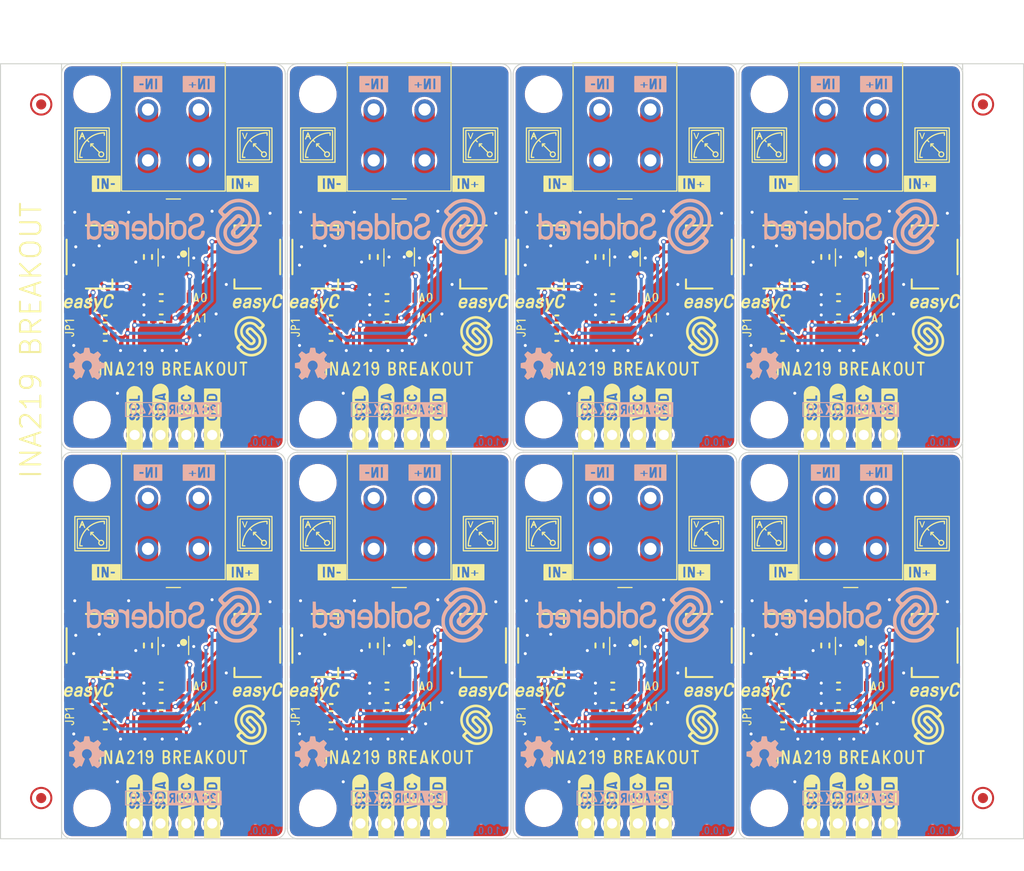
<source format=kicad_pcb>
(kicad_pcb (version 20210623) (generator pcbnew)
  (title_block (title "INA219_breakout") (date "2021-07-28") (rev "V1.0.0.") (company "SOLDERED") (comment 1 "333066"))
  (layers (0 "F.Cu" signal) (31 "B.Cu" signal) (34 "B.Paste" user) (35 "F.Paste" user) (36 "B.SilkS" user "B.Silkscreen") (37 "F.SilkS" user "F.Silkscreen") (38 "B.Mask" user) (39 "F.Mask" user) (44 "Edge.Cuts" user))
  (net 0 "")
  (net 1 "VCC")
  (net 2 "GND")
  (net 3 "Net-(JP1-Pad1)")
  (net 4 "Net-(JP1-Pad3)")
  (net 5 "A0")
  (net 6 "A1")
  (net 7 "IN+")
  (net 8 "IN-")
  (net 9 "SCL")
  (net 10 "SDA")
  (footprint "buzzardLabel" (layer "F.Cu") (at 180.2 96.8)
    (fp_text reference "")
    (fp_text value "")
  )
  (footprint "Soldered Graphics:Logo-Front-easyC-5mm" (layer "F.Cu") (at 141.5 97.3)
    (fp_text reference "G***" hide)
    (fp_text value "LOGO" hide)
  )
  (footprint "e-radionica.com footprinti:SMD_JUMPER_3_PAD_TRACE" (layer "F.Cu") (at 168.6 99.8 90)
    (fp_text reference "JP1")
    (fp_text value "SMD_JUMPER_3_PAD_TRACE")
  )
  (footprint "e-radionica.com footprinti:SMD_JUMPER_3_PAD_TRACE" (layer "F.Cu") (at 146.4 99.8 90)
    (fp_text reference "JP1")
    (fp_text value "SMD_JUMPER_3_PAD_TRACE")
  )
  (footprint "buzzardLabel" (layer "F.Cu") (at 180.2 135)
    (fp_text reference "")
    (fp_text value "")
  )
  (footprint "e-radionica.com footprinti:0603R" (layer "F.Cu") (at 170.9 100.7 180)
    (fp_text reference "R2")
    (fp_text value "10k")
  )
  (footprint "buzzardLabel" (layer "F.Cu") (at 159.21 150.4 90)
    (fp_text reference "")
    (fp_text value "")
  )
  (footprint "Soldered Graphics:Symbol-Front-Voltmeter" (layer "F.Cu") (at 141.2 81.8)
    (fp_text reference "G***" hide)
    (fp_text value "LOGO" hide)
  )
  (footprint "e-radionica.com footprinti:HOLE_3.2mm" (layer "F.Cu") (at 103 76.8)
    (fp_text reference "H2" hide)
    (fp_text value "HOLE_3.2mm" hide)
  )
  (footprint "e-radionica.com footprinti:HOLE_3.2mm" (layer "F.Cu") (at 169.6 115)
    (fp_text reference "H2" hide)
    (fp_text value "HOLE_3.2mm" hide)
  )
  (footprint "e-radionica.com footprinti:TERMINAL_KF235-5.0-2P" (layer "F.Cu") (at 133.2 119 180)
    (fp_text reference "K1")
    (fp_text value "TERMINAL_KF235-5.0-2P")
  )
  (footprint "e-radionica.com footprinti:0603R" (layer "F.Cu") (at 132 98.8)
    (fp_text reference "R4")
    (fp_text value "10k")
  )
  (footprint "buzzardLabel" (layer "F.Cu") (at 111 103.8)
    (fp_text reference "")
    (fp_text value "")
  )
  (footprint "buzzardLabel" (layer "F.Cu") (at 107.19 112.2 90)
    (fp_text reference "")
    (fp_text value "")
  )
  (footprint "Soldered Graphics:Logo-Back-OSH-3.5mm" (layer "F.Cu") (at 169.1 103.3)
    (fp_text reference "G***" hide)
    (fp_text value "LOGO" hide)
  )
  (footprint "buzzardLabel" (layer "F.Cu") (at 131.93 112.2 90)
    (fp_text reference "")
    (fp_text value "")
  )
  (footprint "buzzardLabel" (layer "F.Cu") (at 123 138 90)
    (fp_text reference "")
    (fp_text value "")
  )
  (footprint "Soldered Graphics:Symbol-Front-Voltmeter" (layer "F.Cu") (at 185.6 81.8)
    (fp_text reference "G***" hide)
    (fp_text value "LOGO" hide)
  )
  (footprint "buzzardLabel" (layer "F.Cu") (at 135.8 98.8)
    (fp_text reference "")
    (fp_text value "")
  )
  (footprint "Soldered Graphics:Logo-Front-Soldered-4mm" (layer "F.Cu") (at 163 138.8)
    (fp_text reference "G***" hide)
    (fp_text value "LOGO" hide)
  )
  (footprint "e-radionica.com footprinti:0603R" (layer "F.Cu") (at 148.7 138.9 180)
    (fp_text reference "R2")
    (fp_text value "10k")
  )
  (footprint "e-radionica.com footprinti:0603R" (layer "F.Cu") (at 154.2 98.8)
    (fp_text reference "R4")
    (fp_text value "10k")
  )
  (footprint "Soldered Graphics:Logo-Front-easyC-5mm" (layer "F.Cu") (at 185.9 135.5)
    (fp_text reference "G***" hide)
    (fp_text value "LOGO" hide)
  )
  (footprint "e-radionica.com footprinti:FIDUCIAL_23" (layer "F.Cu") (at 119 108.8)
    (fp_text reference "FD1")
    (fp_text value "FIDUCIAL")
  )
  (footprint "e-radionica.com footprinti:0603R" (layer "F.Cu") (at 176.4 135)
    (fp_text reference "R3")
    (fp_text value "10k")
  )
  (footprint "Soldered Graphics:Logo-Back-OSH-3.5mm" (layer "F.Cu") (at 124.7 103.3)
    (fp_text reference "G***" hide)
    (fp_text value "LOGO" hide)
  )
  (footprint "e-radionica.com footprinti:SMD_JUMPER_3_PAD_TRACE" (layer "F.Cu") (at 102 138 90)
    (fp_text reference "JP1")
    (fp_text value "SMD_JUMPER_3_PAD_TRACE")
  )
  (footprint "e-radionica.com footprinti:0603C" (layer "F.Cu") (at 130.7 92.8 -90)
    (fp_text reference "C1")
    (fp_text value "100nF")
  )
  (footprint "e-radionica.com footprinti:0603R" (layer "F.Cu") (at 104.3 138.9 180)
    (fp_text reference "R2")
    (fp_text value "10k")
  )
  (footprint "Soldered Graphics:Logo-Front-easyC-5mm" (layer "F.Cu") (at 102.7 135.5)
    (fp_text reference "G***" hide)
    (fp_text value "LOGO" hide)
  )
  (footprint "e-radionica.com footprinti:0603R" (layer "F.Cu") (at 126.5 98.9)
    (fp_text reference "R1")
    (fp_text value "10k")
  )
  (footprint "e-radionica.com footprinti:HOLE_3.2mm" (layer "F.Cu") (at 147.4 115)
    (fp_text reference "H2" hide)
    (fp_text value "HOLE_3.2mm" hide)
  )
  (footprint "e-radionica.com footprinti:0603R" (layer "F.Cu") (at 148.7 137.1)
    (fp_text reference "R1")
    (fp_text value "10k")
  )
  (footprint "e-radionica.com footprinti:easyC-connector" (layer "F.Cu") (at 147.7 131 90)
    (fp_text reference "K2")
    (fp_text value "easyC-SMD")
  )
  (footprint "Soldered Graphics:Logo-Front-easyC-5mm" (layer "F.Cu") (at 119.3 97.3)
    (fp_text reference "G***" hide)
    (fp_text value "LOGO" hide)
  )
  (footprint "Soldered Graphics:Logo-Front-Soldered-4mm" (layer "F.Cu") (at 118.6 100.6)
    (fp_text reference "G***" hide)
    (fp_text value "LOGO" hide)
  )
  (footprint "buzzardLabel" (layer "F.Cu") (at 184.4 123.8)
    (fp_text reference "")
    (fp_text value "")
  )
  (footprint "e-radionica.com footprinti:1210R" (layer "F.Cu") (at 133.2 126.5)
    (fp_text reference "R5")
    (fp_text value "0R1")
  )
  (footprint "e-radionica.com footprinti:easyC-connector" (layer "F.Cu") (at 118.7 131 -90)
    (fp_text reference "K4")
    (fp_text value "easyC-SMD")
  )
  (footprint "buzzardLabel" (layer "F.Cu") (at 114.81 112.2 90)
    (fp_text reference "")
    (fp_text value "")
  )
  (footprint "buzzardLabel" (layer "F.Cu") (at 154.13 112.2 90)
    (fp_text reference "")
    (fp_text value "")
  )
  (footprint "buzzardLabel" (layer "F.Cu") (at 134.47 112.2 90)
    (fp_text reference "")
    (fp_text value "")
  )
  (footprint "e-radionica.com footprinti:HOLE_3.2mm" (layer "F.Cu") (at 147.4 76.8)
    (fp_text reference "H2" hide)
    (fp_text value "HOLE_3.2mm" hide)
  )
  (footprint "buzzardLabel" (layer "F.Cu") (at 181.41 150.4 90)
    (fp_text reference "")
    (fp_text value "")
  )
  (footprint "e-radionica.com footprinti:TERMINAL_KF235-5.0-2P" (layer "F.Cu") (at 177.6 80.8 180)
    (fp_text reference "K1")
    (fp_text value "TERMINAL_KF235-5.0-2P")
  )
  (footprint "e-radionica.com footprinti:0603R" (layer "F.Cu") (at 109.8 137)
    (fp_text reference "R4")
    (fp_text value "10k")
  )
  (footprint "e-radionica.com footprinti:0603R" (layer "F.Cu") (at 176.4 98.8)
    (fp_text reference "R4")
    (fp_text value "10k")
  )
  (footprint "Soldered Graphics:Logo-Back-OSH-3.5mm" (layer "F.Cu") (at 102.5 141.5)
    (fp_text reference "G***" hide)
    (fp_text value "LOGO" hide)
  )
  (footprint "buzzardLabel" (layer "F.Cu") (at 137.01 112.2 90)
    (fp_text reference "")
    (fp_text value "")
  )
  (footprint "e-radionica.com footprinti:HOLE_3.2mm" (layer "F.Cu") (at 125.2 115)
    (fp_text reference "H2" hide)
    (fp_text value "HOLE_3.2mm" hide)
  )
  (footprint "buzzardLabel" (layer "F.Cu") (at 133.2 103.8)
    (fp_text reference "")
    (fp_text value "")
  )
  (footprint "buzzardLabel" (layer "F.Cu") (at 158 98.8)
    (fp_text reference "")
    (fp_text value "")
  )
  (footprint "e-radionica.com footprinti:SMD_JUMPER_3_PAD_TRACE" (layer "F.Cu") (at 168.6 138 90)
    (fp_text reference "JP1")
    (fp_text value "SMD_JUMPER_3_PAD_TRACE")
  )
  (footprint "e-radionica.com footprinti:easyC-connector" (layer "F.Cu") (at 140.9 92.8 -90)
    (fp_text reference "K4")
    (fp_text value "easyC-SMD")
  )
  (footprint "buzzardLabel" (layer "F.Cu") (at 126.6 123.8)
    (fp_text reference "")
    (fp_text value "")
  )
  (footprint "Soldered Graphics:Logo-Front-Soldered-4mm" (layer "F.Cu") (at 140.8 138.8)
    (fp_text reference "G***" hide)
    (fp_text value "LOGO" hide)
  )
  (footprint "e-radionica.com footprinti:SMD_JUMPER" (layer "F.Cu") (at 112.2 137)
    (fp_text reference "JP3")
    (fp_text value "SMD_JUMPER")
  )
  (footprint "buzzardLabel" (layer "F.Cu") (at 135.8 96.8)
    (fp_text reference "")
    (fp_text value "")
  )
  (footprint "buzzardLabel" (layer "F.Cu") (at 148.8 85.6)
    (fp_text reference "")
    (fp_text value "")
  )
  (footprint "buzzardLabel" (layer "F.Cu") (at 100.8 138 90)
    (fp_text reference "")
    (fp_text value "")
  )
  (footprint "e-radionica.com footprinti:0603R" (layer "F.Cu") (at 132 137)
    (fp_text reference "R4")
    (fp_text value "10k")
  )
  (footprint "buzzardLabel" (layer "F.Cu") (at 137.01 150.4 90)
    (fp_text reference "")
    (fp_text value "")
  )
  (footprint "e-radionica.com footprinti:easyC-connector" (layer "F.Cu") (at 163.1 131 -90)
    (fp_text reference "K4")
    (fp_text value "easyC-SMD")
  )
  (footprint "buzzardLabel" (layer "F.Cu") (at 173.79 150.4 90)
    (fp_text reference "")
    (fp_text value "")
  )
  (footprint "e-radionica.com footprinti:SMD_JUMPER" (layer "F.Cu") (at 134.4 135)
    (fp_text reference "JP2")
    (fp_text value "SMD_JUMPER")
  )
  (footprint "e-radionica.com footprinti:easyC-connector" (layer "F.Cu") (at 125.5 92.8 90)
    (fp_text reference "K2")
    (fp_text value "easyC-SMD")
  )
  (footprint "e-radionica.com footprinti:0603R" (layer "F.Cu") (at 154.2 137)
    (fp_text reference "R4")
    (fp_text value "10k")
  )
  (footprint "buzzardLabel" (layer "F.Cu") (at 176.33 112.2 90)
    (fp_text reference "")
    (fp_text value "")
  )
  (footprint "e-radionica.com footprinti:0603R" (layer "F.Cu") (at 154.2 135)
    (fp_text reference "R3")
    (fp_text value "10k")
  )
  (footprint "e-radionica.com footprinti:FIDUCIAL_23" (layer "F.Cu") (at 190.6 77.8)
    (fp_text reference "FD1")
    (fp_text value "FIDUCIAL")
  )
  (footprint "e-radionica.com footprinti:1210R" (layer "F.Cu") (at 133.2 88.3)
    (fp_text reference "R5")
    (fp_text value "0R1")
  )
  (footprint "e-radionica.com footprinti:0603C" (layer "F.Cu") (at 108.5 131 -90)
    (fp_text reference "C1")
    (fp_text value "100nF")
  )
  (footprint "e-radionica.com footprinti:0603C" (layer "F.Cu") (at 175.1 131 -90)
    (fp_text reference "C1")
    (fp_text value "100nF")
  )
  (footprint "e-radionica.com footprinti:FIDUCIAL_23" (layer "F.Cu") (at 98 77.8)
    (fp_text reference "FD1")
    (fp_text value "FIDUCIAL")
  )
  (footprint "e-radionica.com footprinti:SMD_JUMPER" (layer "F.Cu") (at 156.6 135)
    (fp_text reference "JP2")
    (fp_text value "SMD_JUMPER")
  )
  (footprint "e-radionica.com footprinti:0603R" (layer "F.Cu") (at 148.7 100.7 180)
    (fp_text reference "R2")
    (fp_text value "10k")
  )
  (footprint "buzzardLabel" (layer "F.Cu") (at 145.2 138 90)
    (fp_text reference "")
    (fp_text value "")
  )
  (footprint "e-radionica.com footprinti:0603R" (layer "F.Cu") (at 154.2 96.8)
    (fp_text reference "R3")
    (fp_text value "10k")
  )
  (footprint "buzzardLabel" (layer "F.Cu") (at 155.4 103.8)
    (fp_text reference "")
    (fp_text value "")
  )
  (footprint "e-radionica.com footprinti:easyC-connector" (layer "F.Cu") (at 163.1 92.8 -90)
    (fp_text reference "K4")
    (fp_text value "easyC-SMD")
  )
  (footprint "buzzardLabel" (layer "F.Cu") (at 112.27 150.4 90)
    (fp_text reference "")
    (fp_text value "")
  )
  (footprint "e-radionica.com footprinti:FIDUCIAL_23" (layer "F.Cu") (at 185.6 147)
    (fp_text reference "FD1")
    (fp_text value "FIDUCIAL")
  )
  (footprint "e-radionica.com footprinti:1210R" (layer "F.Cu") (at 177.6 88.3)
    (fp_text reference "R5")
    (fp_text value "0R1")
  )
  (footprint "Soldered Graphics:Logo-Front-Soldered-4mm" (layer "F.Cu") (at 185.2 100.6)
    (fp_text reference "G***" hide)
    (fp_text value "LOGO" hide)
  )
  (footprint "buzzardLabel" (layer "F.Cu") (at 113.6 137)
    (fp_text reference "")
    (fp_text value "")
  )
  (footprint "e-radionica.com footprinti:SMD_JUMPER" (layer "F.Cu") (at 178.8 137)
    (fp_text reference "JP3")
    (fp_text value "SMD_JUMPER")
  )
  (footprint "buzzardLabel" (layer "F.Cu") (at 181.41 112.2 90)
    (fp_text reference "")
    (fp_text value "")
  )
  (footprint "Soldered Graphics:Logo-Front-easyC-5mm" (layer "F.Cu") (at 169.3 97.3)
    (fp_text reference "G***" hide)
    (fp_text value "LOGO" hide)
  )
  (footprint "buzzardLabel" (layer "F.Cu") (at 158 137)
    (fp_text reference "")
    (fp_text value "")
  )
  (footprint "Soldered Graphics:Logo-Front-Soldered-4mm" (layer "F.Cu") (at 163 100.6)
    (fp_text reference "G***" hide)
    (fp_text value "LOGO" hide)
  )
  (footprint "e-radionica.com footprinti:0603R" (layer "F.Cu") (at 104.3 98.9)
    (fp_text reference "R1")
    (fp_text value "10k")
  )
  (footprint "buzzardLabel" (layer "F.Cu") (at 171 85.6)
    (fp_text reference "")
    (fp_text value "")
  )
  (footprint "Soldered Graphics:Logo-Back-OSH-3.5mm" (layer "F.Cu") (at 169.1 141.5)
    (fp_text reference "G***" hide)
    (fp_text value "LOGO" hide)
  )
  (footprint "buzzardLabel" (layer "F.Cu") (at 129.39 112.2 90)
    (fp_text reference "")
    (fp_text value "")
  )
  (footprint "Soldered Graphics:Logo-Back-OSH-3.5mm" (layer "F.Cu") (at 102.5 103.3)
    (fp_text reference "G***" hide)
    (fp_text value "LOGO" hide)
  )
  (footprint "Soldered Graphics:Symbol-Front-Voltmeter" (layer "F.Cu") (at 119 120)
    (fp_text reference "G***" hide)
    (fp_text value "LOGO" hide)
  )
  (footprint "e-radionica.com footprinti:SOT23-8" (layer "F.Cu") (at 133.2 131 -90)
    (fp_text reference "U1")
    (fp_text value "INA219")
  )
  (footprint "e-radionica.com footprinti:SOT23-8" (layer "F.Cu") (at 155.4 131 -90)
    (fp_text reference "U1")
    (fp_text value "INA219")
  )
  (footprint "buzzardLabel" (layer "F.Cu") (at 133.2 142)
    (fp_text reference "")
    (fp_text value "")
  )
  (footprint "buzzardLabel" (layer "F.Cu") (at 171 123.8)
    (fp_text reference "")
    (fp_text value "")
  )
  (footprint "e-radionica.com footprinti:1210R" (layer "F.Cu") (at 155.4 88.3)
    (fp_text reference "R5")
    (fp_text value "0R1")
  )
  (footprint "buzzardLabel" (layer "F.Cu") (at 151.59 150.4 90)
    (fp_text reference "")
    (fp_text value "")
  )
  (footprint "e-radionica.com footprinti:HOLE_3.2mm" (layer "F.Cu") (at 125.2 108.8)
    (fp_text reference "H1" hide)
    (fp_text value "HOLE_3.2mm" hide)
  )
  (footprint "e-radionica.com footprinti:TERMINAL_KF235-5.0-2P" (layer "F.Cu") (at 111 80.8 180)
    (fp_text reference "K1")
    (fp_text value "TERMINAL_KF235-5.0-2P")
  )
  (footprint "Soldered Graphics:Symbol-Front-Voltmeter" (layer "F.Cu") (at 119 81.8)
    (fp_text reference "G***" hide)
    (fp_text value "LOGO" hide)
  )
  (footprint "e-radionica.com footprinti:TERMINAL_KF235-5.0-2P" (layer "F.Cu") (at 111 119 180)
    (fp_text reference "K1")
    (fp_text value "TERMINAL_KF235-5.0-2P")
  )
  (footprint "Soldered Graphics:Logo-Back-SolderedFULL-17mm" (layer "F.Cu") (at 177.6 128)
    (fp_text reference "REF**" hide)
    (fp_text value "Logo-Front-SolderedFULL-17mm" hide)
  )
  (footprint "Soldered Graphics:Logo-Front-easyC-5mm" (layer "F.Cu") (at 141.5 135.5)
    (fp_text reference "G***" hide)
    (fp_text value "LOGO" hide)
  )
  (footprint "e-radionica.com footprinti:0603R" (layer "F.Cu") (at 132 96.8)
    (fp_text reference "R3")
    (fp_text value "10k")
  )
  (footprint "e-radionica.com footprinti:SOT23-8" (layer "F.Cu") (at 111 131 -90)
    (fp_text reference "U1")
    (fp_text value "INA219")
  )
  (footprint "e-radionica.com footprinti:SMD_JUMPER_3_PAD_TRACE" (layer "F.Cu") (at 124.2 138 90)
    (fp_text reference "JP1")
    (fp_text value "SMD_JUMPER_3_PAD_TRACE")
  )
  (footprint "e-radionica.com footprinti:easyC-connector" (layer "F.Cu") (at 185.3 92.8 -90)
    (fp_text reference "K4")
    (fp_text value "easyC-SMD")
  )
  (footprint "buzzardLabel" (layer "F.Cu") (at 177.6 142)
    (fp_text reference "")
    (fp_text value "")
  )
  (footprint "Soldered Graphics:Symbol-Front-Ammeter" (layer "F.Cu") (at 169.6 81.8)
    (fp_text reference "G***" hide)
    (fp_text value "LOGO" hide)
  )
  (footprint "e-radionica.com footprinti:0603R" (layer "F.Cu") (at 126.5 100.7 180)
    (fp_text reference "R2")
    (fp_text value "10k")
  )
  (footprint "buzzardLabel" (layer "F.Cu") (at 109.73 112.2 90)
    (fp_text reference "")
    (fp_text value "")
  )
  (footprint "e-radionica.com footprinti:SMD_JUMPER" (layer "F.Cu") (at 134.4 137)
    (fp_text reference "JP3")
    (fp_text value "SMD_JUMPER")
  )
  (footprint "Soldered Graphics:Logo-Front-Soldered-4mm" (layer "F.Cu") (at 185.2 138.8)
    (fp_text reference "G***" hide)
    (fp_text value "LOGO" hide)
  )
  (footprint "e-radionica.com footprinti:TERMINAL_KF235-5.0-2P" (layer "F.Cu") (at 177.6 119 180)
    (fp_text reference "K1")
    (fp_text value "TERMINAL_KF235-5.0-2P")
  )
  (footprint "buzzardLabel" (layer "F.Cu") (at 129.39 150.4 90)
    (fp_text reference "")
    (fp_text value "")
  )
  (footprint "buzzardLabel" (layer "F.Cu") (at 151.59 112.2 90)
    (fp_text reference "")
    (fp_text value "")
  )
  (footprint "Soldered Graphics:Logo-Back-SolderedFULL-17mm" (layer "F.Cu") (at 133.2 128)
    (fp_text reference "REF**" hide)
    (fp_text value "Logo-Front-SolderedFULL-17mm" hide)
  )
  (footprint "e-radionica.com footprinti:FIDUCIAL_23" (layer "F.Cu") (at 190.6 146)
    (fp_text reference "FD1")
    (fp_text value "FIDUCIAL")
  )
  (footprint "Soldered Graphics:Logo-Back-SolderedFULL-17mm" (layer "F.Cu") (at 155.4 89.8)
    (fp_text reference "REF**" hide)
    (fp_text value "Logo-Front-SolderedFULL-17mm" hide)
  )
  (footprint "e-radionica.com footprinti:easyC-connector" (layer "F.Cu") (at 169.9 92.8 90)
    (fp_text reference "K2")
    (fp_text value "easyC-SMD")
  )
  (footprint "e-radionica.com footprinti:SMD_JUMPER_3_PAD_TRACE" (layer "F.Cu") (at 124.2 99.8 90)
    (fp_text reference "JP1")
    (fp_text value "SMD_JUMPER_3_PAD_TRACE")
  )
  (footprint "buzzardLabel" (layer "F.Cu") (at 155.4 142)
    (fp_text reference "")
    (fp_text value "")
  )
  (footprint "Soldered Graphics:Logo-Front-easyC-5mm" (layer "F.Cu") (at 169.3 135.5)
    (fp_text reference "G***" hide)
    (fp_text value "LOGO" hide)
  )
  (footprint "buzzardLabel" (layer "F.Cu") (at 113.6 135)
    (fp_text reference "")
    (fp_text value "")
  )
  (footprint "e-radionica.com footprinti:0603R" (layer "F.Cu") (at 126.5 138.9 180)
    (fp_text reference "R2")
    (fp_text value "10k")
  )
  (footprint "e-radionica.com footprinti:easyC-connector" (layer "F.Cu") (at 185.3 131 -90)
    (fp_text reference "K4")
    (fp_text value "easyC-SMD")
  )
  (footprint "e-radionica.com footprinti:FIDUCIAL_23" (layer "F.Cu") (at 119 147)
    (fp_text reference "FD1")
    (fp_text value "FIDUCIAL")
  )
  (footprint "Soldered Graphics:Symbol-Front-Ammeter" (layer "F.Cu") (at 103 120)
    (fp_text reference "G***" hide)
    (fp_text value "LOGO" hide)
  )
  (footprint "Soldered Graphics:Logo-Front-easyC-5mm" (layer "F.Cu") (at 147.1 97.3)
    (fp_text reference "G***" hide)
    (fp_text value "LOGO" hide)
  )
  (footprint "Soldered Graphics:Symbol-Front-Voltmeter" (layer "F.Cu") (at 141.2 120)
    (fp_text reference "G***" hide)
    (fp_text value "LOGO" hide)
  )
  (footprint "e-radionica.com footprinti:SMD_JUMPER" (layer "F.Cu") (at 156.6 98.8)
    (fp_text reference "JP3")
    (fp_text value "SMD_JUMPER")
  )
  (footprint "buzzardLabel" (layer "F.Cu") (at 180.2 137)
    (fp_text reference "")
    (fp_text value "")
  )
  (footprint "e-radionica.com footprinti:0603R" (layer "F.Cu") (at 176.4 96.8)
    (fp_text reference "R3")
    (fp_text value "10k")
  )
  (footprint "e-radionica.com footprinti:1210R" (layer "F.Cu") (at 111 88.3)
    (fp_text reference "R5")
    (fp_text value "0R1")
  )
  (footprint "buzzardLabel" (layer "F.Cu") (at 104.4 85.6)
    (fp_text reference "")
    (fp_text value "")
  )
  (footprint "e-radionica.com footprinti:TERMINAL_KF235-5.0-2P" (layer "F.Cu") (at 155.4 119 180)
    (fp_text reference "K1")
    (fp_text value "TERMINAL_KF235-5.0-2P")
  )
  (footprint "buzzardLabel" (layer "F.Cu") (at 114.81 150.4 90)
    (fp_text reference "")
    (fp_text value "")
  )
  (footprint "Soldered Graphics:Logo-Back-SolderedFULL-17mm" (layer "F.Cu") (at 177.6 89.8)
    (fp_text reference "REF**" hide)
    (fp_text value "Logo-Front-SolderedFULL-17mm" hide)
  )
  (footprint "buzzardLabel" (layer "F.Cu") (at 158 135)
    (fp_text reference "")
    (fp_text value "")
  )
  (footprint "buzzardLabel" (layer "F.Cu") (at 176.33 150.4 90)
    (fp_text reference "")
    (fp_text value "")
  )
  (footprint "Soldered Graphics:Symbol-Front-Voltmeter" (layer "F.Cu") (at 185.6 120)
    (fp_text reference "G***" hide)
    (fp_text value "LOGO" hide)
  )
  (footprint "e-radionica.com footprinti:0603C" (layer "F.Cu") (at 108.5 92.8 -90)
    (fp_text reference "C1")
    (fp_text value "100nF")
  )
  (footprint "Soldered Graphics:Logo-Front-easyC-5mm" (layer "F.Cu") (at 185.9 97.3)
    (fp_text reference "G***" hide)
    (fp_text value "LOGO" hide)
  )
  (footprint "buzzardLabel" (layer "F.Cu") (at 100.8 99.8 90)
    (fp_text reference "")
    (fp_text value "")
  )
  (footprint "buzzardLabel" (layer "F.Cu") (at 173.79 112.2 90)
    (fp_text reference "")
    (fp_text value "")
  )
  (footprint "buzzardLabel" (layer "F.Cu") (at 148.8 123.8)
    (fp_text reference "")
    (fp_text value "")
  )
  (footprint "buzzardLabel" (layer "F.Cu") (at 140 123.8)
    (fp_text reference "")
    (fp_text value "")
  )
  (footprint "e-radionica.com footprinti:0603R" (layer "F.Cu") (at 109.8 96.8)
    (fp_text reference "R3")
    (fp_text value "10k")
  )
  (footprint "buzzardLabel" (layer "F.Cu") (at 177.6 103.8)
    (fp_text reference "")
    (fp_text value "")
  )
  (footprint "buzzardLabel" (layer "F.Cu") (at 154.13 150.4 90)
    (fp_text reference "")
    (fp_text value "")
  )
  (footprint "e-radionica.com footprinti:SMD_JUMPER" (layer "F.Cu") (at 112.2 96.8)
    (fp_text reference "JP2")
    (fp_text value "SMD_JUMPER")
  )
  (footprint "buzzardLabel" (layer "F.Cu") (at 131.93 150.4 90)
    (fp_text reference "")
    (fp_text value "")
  )
  (footprint "e-radionica.com footprinti:easyC-connector" (layer "F.Cu") (at 118.7 92.8 -90)
    (fp_text reference "K4")
    (fp_text value "easyC-SMD")
  )
  (footprint "Soldered Graphics:Logo-Front-Soldered-4mm" (layer "F.Cu") (at 118.6 138.8)
    (fp_text reference "G***" hide)
    (fp_text value "LOGO" hide)
  )
  (footprint "e-radionica.com footprinti:SMD_JUMPER" (layer "F.Cu") (at 178.8 135)
    (fp_text reference "JP2")
    (fp_text value "SMD_JUMPER")
  )
  (footprint "e-radionica.com footprinti:0603R" (layer "F.Cu") (at 109.8 135)
    (fp_text reference "R3")
    (fp_text value "10k")
  )
  (footprint "e-radionica.com footprinti:0603R" (layer "F.Cu") (at 148.7 98.9)
    (fp_text reference "R1")
    (fp_text value "10k")
  )
  (footprint "Soldered Graphics:Logo-Front-easyC-5mm" (layer "F.Cu") (at 124.9 97.3)
    (fp_text reference "G***" hide)
    (fp_text value "LOGO" hide)
  )
  (footprint "e-radionica.com footprinti:easyC-connector" (layer "F.Cu") (at 140.9 131 -90)
    (fp_text reference "K4")
    (fp_text value "easyC-SMD")
  )
  (footprint "e-radionica.com footprinti:HOLE_3.2mm" (layer "F.Cu") (at 147.4 108.8)
    (fp_text reference "H1" hide)
    (fp_text value "HOLE_3.2mm" hide)
  )
  (footprint "e-radionica.com footprinti:HOLE_3.2mm" (layer "F.Cu") (at 169.6 147)
    (fp_text reference "H1" hide)
    (fp_text value "HOLE_3.2mm" hide)
  )
  (footprint "Soldered Graphics:Symbol-Front-Ammeter" (layer "F.Cu") (at 125.2 81.8)
    (fp_text reference "G***" hide)
    (fp_text value "LOGO" hide)
  )
  (footprint "buzzardLabel" (layer "F.Cu") (at 134.47 150.4 90)
    (fp_text reference "")
    (fp_text value "")
  )
  (footprint "Soldered Graphics:Logo-Back-SolderedFULL-17mm" (layer "F.Cu") (at 155.4 128)
    (fp_text reference "REF**" hide)
    (fp_text value "Logo-Front-SolderedFULL-17mm" hide)
  )
  (footprint "buzzardLabel" (layer "F.Cu") (at 113.6 98.8)
    (fp_text reference "")
    (fp_text value "")
  )
  (footprint "Soldered Graphics:Logo-Front-easyC-5mm" (layer "F.Cu") (at 102.7 97.3)
    (fp_text reference "G***" hide)
    (fp_text value "LOGO" hide)
  )
  (footprint "e-radionica.com footprinti:SMD_JUMPER" (layer "F.Cu") (at 178.8 96.8)
    (fp_text reference "JP2")
    (fp_text value "SMD_JUMPER")
  )
  (footprint "buzzardLabel" (layer "F.Cu") (at 159.21 112.2 90)
    (fp_text reference "")
    (fp_text value "")
  )
  (footprint "e-radionica.com footprinti:HOLE_3.2mm" (layer "F.Cu") (at 125.2 76.8)
    (fp_text reference "H2" hide)
    (fp_text value "HOLE_3.2mm" hide)
  )
  (footprint "e-radionica.com footprinti:0603R" (layer "F.Cu") (at 104.3 100.7 180)
    (fp_text reference "R2")
    (fp_text value "10k")
  )
  (footprint "e-radionica.com footprinti:easyC-connector" (layer "F.Cu") (at 103.3 131 90)
    (fp_text reference "K2")
    (fp_text value "easyC-SMD")
  )
  (footprint "Soldered Graphics:Logo-Back-OSH-3.5mm" (layer "F.Cu") (at 146.9 103.3)
    (fp_text reference "G***" hide)
    (fp_text value "LOGO" hide)
  )
  (footprint "Soldered Graphics:Logo-Front-easyC-5mm" (layer "F.Cu") (at 163.7 135.5)
    (fp_text reference "G***" hide)
    (fp_text value "LOGO" hide)
  )
  (footprint "Soldered Graphics:Symbol-Front-Ammeter" (layer "F.Cu") (at 125.2 120)
    (fp_text reference "G***" hide)
    (fp_text value "LOGO" hide)
  )
  (footprint "Soldered Graphics:Logo-Back-SolderedFULL-17mm" (layer "F.Cu") (at 111 128)
    (fp_text reference "REF**" hide)
    (fp_text value "Logo-Front-SolderedFULL-17mm" hide)
  )
  (footprint "e-radionica.com footprinti:SOT23-8" (layer "F.Cu") (at 133.2 92.8 -90)
    (fp_text reference "U1")
    (fp_text value "INA219")
  )
  (footprint "e-radionica.com footprinti:FIDUCIAL_23" (layer "F.Cu") (at 141.2 147)
    (fp_text reference "FD1")
    (fp_text value "FIDUCIAL")
  )
  (footprint "e-radionica.com footprinti:easyC-connector" (layer "F.Cu") (at 125.5 131 90)
    (fp_text reference "K2")
    (fp_text value "easyC-SMD")
  )
  (footprint "e-radionica.com footprinti:easyC-connector" (layer "F.Cu") (at 169.9 131 90)
    (fp_text reference "K2")
    (fp_text value "easyC-SMD")
  )
  (footprint "Soldered Graphics:Symbol-Front-Ammeter" (layer "F.Cu") (at 103 81.8)
    (fp_text reference "G***" hide)
    (fp_text value "LOGO" hide)
  )
  (footprint "e-radionica.com footprinti:1210R" (layer "F.Cu") (at 111 126.5)
    (fp_text reference "R5")
    (fp_text value "0R1")
  )
  (footprint "e-radionica.com footprinti:SOT23-8" (layer "F.Cu") (at 177.6 131 -90)
    (fp_text reference "U1")
    (fp_text value "INA219")
  )
  (footprint "e-radionica.com footprinti:HOLE_3.2mm" (layer "F.Cu") (at 169.6 76.8)
    (fp_text reference "H2" hide)
    (fp_text value "HOLE_3.2mm" hide)
  )
  (footprint "e-radionica.com footprinti:HOLE_3.2mm" (layer "F.Cu") (at 103 147)
    (fp_text reference "H1" hide)
    (fp_text value "HOLE_3.2mm" hide)
  )
  (footprint "e-radionica.com footprinti:FIDUCIAL_23" (layer "F.Cu") (at 163.4 108.8)
    (fp_text reference "FD1")
    (fp_text value "FIDUCIAL")
  )
  (footprint "Soldered Graphics:Symbol-Front-Voltmeter" (layer "F.Cu") (at 163.4 120)
    (fp_text reference "G***" hide)
    (fp_text value "LOGO" hide)
  )
  (footprint "buzzardLabel" (layer "F.Cu") (at 158 96.8)
    (fp_text reference "")
    (fp_text value "")
  )
  (footprint "e-radionica.com footprinti:HOLE_3.2mm" (layer "F.Cu") (at 169.6 108.8)
    (fp_text reference "H1" hide)
    (fp_text value "HOLE_3.2mm" hide)
  )
  (footprint "e-radionica.com footprinti:1210R" (layer "F.Cu") (at 177.6 126.5)
    (fp_text reference "R5")
    (fp_text value "0R1")
  )
  (footprint "Soldered Graphics:Logo-Front-Soldered-4mm" (layer "F.Cu") (at 140.8 100.6)
    (fp_text reference "G***" hide)
    (fp_text value "LOGO" hide)
  )
  (footprint "buzzardLabel" (layer "F.Cu") (at 178.87 112.2 90)
    (fp_text reference "")
    (fp_text value "")
  )
  (footprint "e-radionica.com footprinti:HOLE_3.2mm" (layer "F.Cu") (at 125.2 147)
    (fp_text reference "H1" hide)
    (fp_text value "HOLE_3.2mm" hide)
  )
  (footprint "Soldered Graphics:Logo-Front-easyC-5mm" (layer "F.Cu") (at 147.1 135.5)
    (fp_text reference "G***" hide)
    (fp_text value "LOGO" hide)
  )
  (footprint "e-radionica.com footprinti:0603R" (layer "F.Cu") (at 170.9 137.1)
    (fp_text reference "R1")
    (fp_text value "10k")
  )
  (footprint "e-radionica.com footprinti:0603C" (layer "F.Cu") (at 175.1 92.8 -90)
    (fp_text reference "C1")
    (fp_text value "100nF")
  )
  (footprint "e-radionica.com footprinti:SOT23-8" (layer "F.Cu") (at 177.6 92.8 -90)
    (fp_text reference "U1")
    (fp_text value "INA219")
  )
  (footprint "buzzardLabel" (layer "F.Cu") (at 135.8 135)
    (fp_text reference "")
    (fp_text value "")
  )
  (footprint "e-radionica.com footprinti:0603R" (layer "F.Cu") (at 170.9 138.9 180)
    (fp_text reference "R2")
    (fp_text value "10k")
  )
  (footprint "buzzardLabel" (layer "F.Cu") (at 112.27 112.2 90)
    (fp_text reference "")
    (fp_text value "")
  )
  (footprint "Soldered Graphics:Logo-Front-easyC-5mm" (layer "F.Cu") (at 163.7 97.3)
    (fp_text reference "G***" hide)
    (fp_text value "LOGO" hide)
  )
  (footprint "buzzardLabel" (layer "F.Cu") (at 113.6 96.8)
    (fp_text reference "")
    (fp_text value "")
  )
  (footprint "buzzardLabel" (layer "F.Cu") (at 184.4 85.6)
    (fp_text reference "")
    (fp_text value "")
  )
  (footprint "buzzardLabel" (layer "F.Cu") (at 162.2 123.8)
    (fp_text reference "")
    (fp_text value "")
  )
  (footprint "buzzardLabel" (layer "F.Cu") (at 135.8 137)
    (fp_text reference "")
    (fp_text value "")
  )
  (footprint "e-radionica.com footprinti:TERMINAL_KF235-5.0-2P" (layer "F.Cu") (at 155.4 80.8 180)
    (fp_text reference "K1")
    (fp_text value "TERMINAL_KF235-5.0-2P")
  )
  (footprint "e-radionica.com footprinti:SMD_JUMPER" (layer "F.Cu") (at 178.8 98.8)
    (fp_text reference "JP3")
    (fp_text value "SMD_JUMPER")
  )
  (footprint "Soldered Graphics:Logo-Front-easyC-5mm" (layer "F.Cu") (at 124.9 135.5)
    (fp_text reference "G***" hide)
    (fp_text value "LOGO" hide)
  )
  (footprint "e-radionica.com footprinti:HOLE_3.2mm" (layer "F.Cu") (at 103 108.8)
    (fp_text reference "H1" hide)
    (fp_text value "HOLE_3.2mm" hide)
  )
  (footprint "Soldered Graphics:Symbol-Front-Ammeter" (layer "F.Cu") (at 169.6 120)
    (fp_text reference "G***" hide)
    (fp_text value "LOGO" hide)
  )
  (footprint "Soldered Graphics:Logo-Back-SolderedFULL-17mm" (layer "F.Cu") (at 111 89.8)
    (fp_text reference "REF**" hide)
    (fp_text value "Logo-Front-SolderedFULL-17mm" hide)
  )
  (footprint "buzzardLabel" (layer "F.Cu") (at 107.19 150.4 90)
    (fp_text reference "")
    (fp_text value "")
  )
  (footprint "buzzardLabel" (layer "F.Cu") (at 156.67 150.4 90)
    (fp_text reference "")
    (fp_text value "")
  )
  (footprint "e-radionica.com footprinti:HOLE_3.2mm" (layer "F.Cu") (at 103 115)
    (fp_text reference "H2" hide)
    (fp_text value "HOLE_3.2mm" hide)
  )
  (footprint "buzzardLabel" (layer "F.Cu") (at 167.4 99.8 90)
    (fp_text reference "")
    (fp_text value "")
  )
  (footprint "buzzardLabel" (layer "F.Cu") (at 156.67 112.2 90)
    (fp_text reference "")
    (fp_text value "")
  )
  (footprint "buzzardLabel" (layer "F.Cu") (at 123 99.8 90)
    (fp_text reference "")
    (fp_text value "")
  )
  (footprint "buzzardLabel" (layer "F.Cu") (at 126.6 85.6)
    (fp_text reference "")
    (fp_text value "")
  )
  (footprint "Soldered Graphics:Logo-Front-easyC-5mm" (layer "F.Cu") (at 119.3 135.5)
    (fp_text reference "G***" hide)
    (fp_text value "LOGO" hide)
  )
  (footprint "e-radionica.com footprinti:0603R" (layer "F.Cu") (at 104.3 137.1)
    (fp_text reference "R1")
    (fp_text value "10k")
  )
  (footprint "e-radionica.com footprinti:FIDUCIAL_23" (layer "F.Cu") (at 163.4 147)
    (fp_text reference "FD1")
    (fp_text value "FIDUCIAL")
  )
  (footprint "e-radionica.com footprinti:SMD_JUMPER" (layer "F.Cu") (at 156.6 137)
    (fp_text reference "JP3")
    (fp_text value "SMD_JUMPER")
  )
  (footprint "e-radionica.com footprinti:HOLE_3.2mm" (layer "F.Cu") (at 147.4 147)
    (fp_text reference "H1" hide)
    (fp_text value "HOLE_3.2mm" hide)
  )
  (footprint "buzzardLabel" (layer "F.Cu") (at 140 85.6)
    (fp_text reference "")
    (fp_text value "")
  )
  (footprint "e-radionica.com footprinti:SMD_JUMPER" (layer "F.Cu") (at 112.2 135)
    (fp_text reference "JP2")
    (fp_text value "SMD_JUMPER")
  )
  (footprint "buzzardLabel" (layer "F.Cu") (at 167.4 138 90)
    (fp_text reference "")
    (fp_text value "")
  )
  (footprint "e-radionica.com footprinti:0603C" (layer "F.Cu") (at 152.9 131 -90)
    (fp_text reference "C1")
    (fp_text value "100nF")
  )
  (footprint "e-radionica.com footprinti:1210R" (layer "F.Cu") (at 155.4 126.5)
    (fp_text reference "R5")
    (fp_text value "0R1")
  )
  (footprint "Soldered Graphics:Symbol-Front-Voltmeter" (layer "F.Cu") (at 163.4 81.8)
    (fp_text reference "G***" hide)
    (fp_text value "LOGO" hide)
  )
  (footprint "Soldered Graphics:Logo-Back-OSH-3.5mm" (layer "F.Cu") (at 146.9 141.5)
    (fp_text reference "G***" hide)
    (fp_text value "LOGO" hide)
  )
  (footprint "e-radionica.com footprinti:SMD_JUMPER" (layer "F.Cu") (at 112.2 98.8)
    (fp_text reference "JP3")
    (fp_text value "SMD_JUMPER")
  )
  (footprint "buzzardLabel" (layer "F.Cu") (at 104.4 123.8)
    (fp_text reference "")
    (fp_text value "")
  )
  (footprint "e-radionica.com footprinti:FIDUCIAL_23" (layer "F.Cu") (at 141.2 108.8)
    (fp_text reference "FD1")
    (fp_text value "FIDUCIAL")
  )
  (footprint "e-radionica.com footprinti:0603C" (layer "F.Cu") (at 152.9 92.8 -90)
    (fp_text reference "C1")
    (fp_text value "100nF")
  )
  (footprint "e-radionica.com footprinti:easyC-connector" (layer "F.Cu") (at 147.7 92.8 90)
    (fp_text reference "K2")
    (fp_text value "easyC-SMD")
  )
  (footprint "e-radionica.com footprinti:SMD_JUMPER" (layer "F.Cu") (at 156.6 96.8)
    (fp_text reference "JP2")
    (fp_text value "SMD_JUMPER")
  )
  (footprint "e-radionica.com footprinti:SMD_JUMPER" (layer "F.Cu") (at 134.4 96.8)
    (fp_text reference "JP2")
    (fp_text value "SMD_JUMPER")
  )
  (footprint "e-radionica.com footprinti:0603R" (layer "F.Cu") (at 126.5 137.1)
    (fp_text reference "R1")
    (fp_text value "10k")
  )
  (footprint "buzzardLabel" (layer "F.Cu") (at 178.87 150.4 90)
    (fp_text reference "")
    (fp_text value "")
  )
  (footprint "e-radionica.com footprinti:0603R" (layer "F.Cu") (at 176.4 137)
    (fp_text reference "R4")
    (fp_text value "10k")
  )
  (footprint "Soldered Graphics:Symbol-Front-Ammeter" (layer "F.Cu") (at 147.4 120)
    (fp_text reference "G***" hide)
    (fp_text value "LOGO" hide)
  )
  (footprint "e-radionica.com footprinti:SOT23-8" (layer "F.Cu") (at 111 92.8 -90)
    (fp_text reference "U1")
    (fp_text value "INA219")
  )
  (footprint "buzzardLabel" (layer "F.Cu") (at 117.8 85.6)
    (fp_text reference "")
    (fp_text value "")
  )
  (footprint "e-radionica.com footprinti:0603R" (layer "F.Cu") (at 170.9 98.9)
    (fp_text reference "R1")
    (fp_text value "10k")
  )
  (footprint "e-radionica.com footprinti:SOT23-8" (layer "F.Cu") (at 155.4 92.8 -90)
    (fp_text reference "U1")
    (fp_text value "INA219")
  )
  (footprint "buzzardLabel" (layer "F.Cu") (at 117.8 123.8)
    (fp_text reference "")
    (fp_text value "")
  )
  (footprint "e-radionica.com footprinti:easyC-connector" (layer "F.Cu") (at 103.3 92.8 90)
    (fp_text reference "K2")
    (fp_text value "easyC-SMD")
  )
  (footprint "buzzardLabel" (layer "F.Cu") (at 145.2 99.8 90)
    (fp_text reference "")
    (fp_text value "")
  )
  (footprint "e-radionica.com footprinti:FIDUCIAL_23" (layer "F.Cu") (at 185.6 108.8)
    (fp_text reference "FD1")
    (fp_text value "FIDUCIAL")
  )
  (footprint "buzzardLabel" (layer "F.Cu") (at 109.73 150.4 90)
    (fp_text reference "")
    (fp_text value "")
  )
  (footprint "e-radionica.com footprinti:SMD_JUMPER" (layer "F.Cu") (at 134.4 98.8)
    (fp_text reference "JP3")
    (fp_text value "SMD_JUMPER")
  )
  (footprint "e-radionica.com footprinti:0603R" (layer "F.Cu") (at 109.8 98.8)
    (fp_text reference "R4")
    (fp_text value "10k")
  )
  (footprint "Soldered Graphics:Symbol-Front-Ammeter" (layer "F.Cu") (at 147.4 81.8)
    (fp_text reference "G***" hide)
    (fp_text value "LOGO" hide)
  )
  (footprint "e-radionica.com footprinti:TERMINAL_KF235-5.0-2P" (layer "F.Cu") (at 133.2 80.8 180)
    (fp_text reference "K1")
    (fp_text value "TERMINAL_KF235-5.0-2P")
  )
  (footprint "e-radionica.com footprinti:SMD_JUMPER_3_PAD_TRACE" (layer "F.Cu") (at 102 99.8 90)
    (fp_text reference "JP1")
    (fp_text value "SMD_JUMPER_3_PAD_TRACE")
  )
  (footprint "e-radionica.com footprinti:SMD_JUMPER_3_PAD_TRACE" (layer "F.Cu") (at 146.4 138 90)
    (fp_text reference "JP1")
    (fp_text value "SMD_JUMPER_3_PAD_TRACE")
  )
  (footprint "e-radionica.com footprinti:0603R" (layer "F.Cu") (at 132 135)
    (fp_text reference "R3")
    (fp_text value "10k")
  )
  (footprint "Soldered Graphics:Logo-Back-OSH-3.5mm" (layer "F.Cu") (at 124.7 141.5)
    (fp_text reference "G***" hide)
    (fp_text value "LOGO" hide)
  )
  (footprint "buzzardLabel" (layer "F.Cu") (at 162.2 85.6)
    (fp_text reference "")
    (fp_text value "")
  )
  (footprint "buzzardLabel" (layer "F.Cu") (at 180.2 98.8)
    (fp_text reference "")
    (fp_text value "")
  )
  (footprint "e-radionica.com footprinti:FIDUCIAL_23" (layer "F.Cu") (at 98 146)
    (fp_text reference "FD1")
    (fp_text value "FIDUCIAL")
  )
  (footprint "Soldered Graphics:Logo-Back-SolderedFULL-17mm" (layer "F.Cu") (at 133.2 89.8)
    (fp_text reference "REF**" hide)
    (fp_text value "Logo-Front-SolderedFULL-17mm" hide)
  )
  (footprint "buzzardLabel" (layer "F.Cu") (at 111 142)
    (fp_text reference "")
    (fp_text value "")
  )
  (footprint "e-radionica.com footprinti:0603C" (layer "F.Cu") (at 130.7 131 -90)
    (fp_text reference "C1")
    (fp_text value "100nF")
  )
  (footprint "buzzardLabel" (layer "B.Cu") (at 130.7 114 180)
    (fp_text reference "")
    (fp_text value "")
  )
  (footprint "Soldered Graphics:Symbol-Front-I2C-ADDR-Field" (layer "B.Cu") (at 177.6 146 180)
    (fp_text reference "REF**" hide)
    (fp_text value "Symbol-Front-I2C-ADDR-Field" hide)
  )
  (footprint "buzzardLabel" (layer "B.Cu") (at 175.1 75.8 180)
    (fp_text reference "")
    (fp_text value "")
  )
  (footprint "Soldered Graphics:Version1.0.0." (layer "B.Cu") (at 164.4 111 180)
    (fp_text reference "Ref**" hide)
    (fp_text value "Val**" hide)
  )
  (footprint "buzzardLabel" (layer "B.Cu") (at 157.9 75.8 180)
    (fp_text reference "")
    (fp_text value "")
  )
  (footprint "buzzardLabel" (layer "B.Cu") (at 175 146 180)
    (fp_text reference "")
    (fp_text value "")
  )
  (footprint "e-radionica.com footprinti:HEADER_MALE_4X1" (layer "B.Cu") (at 155.4 110.3 180)
    (fp_text reference "K3")
    (fp_text value "HEADER_MALE_4X1")
  )
  (footprint "Soldered Graphics:Version1.0.0." (layer "B.Cu") (at 142.2 149.2 180)
    (fp_text reference "Ref**" hide)
    (fp_text value "Val**" hide)
  )
  (footprint "Soldered Graphics:Symbol-Front-I2C-ADDR-Field" (layer "B.Cu") (at 111 146 180)
    (fp_text reference "REF**" hide)
    (fp_text value "Symbol-Front-I2C-ADDR-Field" hide)
  )
  (footprint "buzzardLabel" (layer "B.Cu") (at 152.9 114 180)
    (fp_text reference "")
    (fp_text value "")
  )
  (footprint "e-radionica.com footprinti:HEADER_MALE_4X1" (layer "B.Cu") (at 111 148.5 180)
    (fp_text reference "K3")
    (fp_text value "HEADER_MALE_4X1")
  )
  (footprint "buzzardLabel" (layer "B.Cu") (at 113.5 75.8 180)
    (fp_text reference "")
    (fp_text value "")
  )
  (footprint "buzzardLabel" (layer "B.Cu") (at 130.7 75.8 180)
    (fp_text reference "")
    (fp_text value "")
  )
  (footprint "buzzardLabel" (layer "B.Cu") (at 108.5 114 180)
    (fp_text reference "")
    (fp_text value "")
  )
  (footprint "Soldered Graphics:Symbol-Front-I2C-ADDR-Field" (layer "B.Cu") (at 177.6 107.8 180)
    (fp_text reference "REF**" hide)
    (fp_text value "Symbol-Front-I2C-ADDR-Field" hide)
  )
  (footprint "buzzardLabel" (layer "B.Cu") (at 152.8 146 180)
    (fp_text reference "")
    (fp_text value "")
  )
  (footprint "e-radionica.com footprinti:HEADER_MALE_4X1" (layer "B.Cu") (at 133.2 148.5 180)
    (fp_text reference "K3")
    (fp_text value "HEADER_MALE_4X1")
  )
  (footprint "Soldered Graphics:Symbol-Front-I2C-ADDR-Field" (layer "B.Cu") (at 155.4 107.8 180)
    (fp_text reference "REF**" hide)
    (fp_text value "Symbol-Front-I2C-ADDR-Field" hide)
  )
  (footprint "Soldered Graphics:Version1.0.0." (layer "B.Cu") (at 164.4 149.2 180)
    (fp_text reference "Ref**" hide)
    (fp_text value "Val**" hide)
  )
  (footprint "buzzardLabel" (layer "B.Cu") (at 135.7 114 180)
    (fp_text reference "")
    (fp_text value "")
  )
  (footprint "buzzardLabel" (layer "B.Cu") (at 157.9 114 180)
    (fp_text reference "")
    (fp_text value "")
  )
  (footprint "e-radionica.com footprinti:HEADER_MALE_4X1" (layer "B.Cu") (at 177.6 110.3 180)
    (fp_text reference "K3")
    (fp_text value "HEADER_MALE_4X1")
  )
  (footprint "buzzardLabel" (layer "B.Cu") (at 108.4 146 180)
    (fp_text reference "")
    (fp_text value "")
  )
  (footprint "Soldered Graphics:Symbol-Front-I2C-ADDR-Field" (layer "B.Cu") (at 111 107.8 180)
    (fp_text reference "REF**" hide)
    (fp_text value "Symbol-Front-I2C-ADDR-Field" hide)
  )
  (footprint "buzzardLabel" (layer "B.Cu") (at 108.4 107.8 180)
    (fp_text reference "")
    (fp_text value "")
  )
  (footprint "Soldered Graphics:Version1.0.0." (layer "B.Cu") (at 186.6 111 180)
    (fp_text reference "Ref**" hide)
    (fp_text value "Val**" hide)
  )
  (footprint "Soldered Graphics:Version1.0.0." (layer "B.Cu") (at 120 149.2 180)
    (fp_text reference "Ref**" hide)
    (fp_text value "Val**" hide)
  )
  (footprint "buzzardLabel" (layer "B.Cu") (at 152.8 107.8 180)
    (fp_text reference "")
    (fp_text value "")
  )
  (footprint "buzzardLabel" (layer "B.Cu") (at 113.5 114 180)
    (fp_text reference "")
    (fp_text value "")
  )
  (footprint "Soldered Graphics:Symbol-Front-I2C-ADDR-Field" (layer "B.Cu") (at 155.4 146 180)
    (fp_text reference "REF**" hide)
    (fp_text value "Symbol-Front-I2C-ADDR-Field" hide)
  )
  (footprint "Soldered Graphics:Version1.0.0." (layer "B.Cu") (at 186.6 149.2 180)
    (fp_text reference "Ref**" hide)
    (fp_text value "Val**" hide)
  )
  (footprint "e-radionica.com footprinti:HEADER_MALE_4X1" (layer "B.Cu") (at 177.6 148.5 180)
    (fp_text reference "K3")
    (fp_text value "HEADER_MALE_4X1")
  )
  (footprint "buzzardLabel" (layer "B.Cu") (at 175.1 114 180)
    (fp_text reference "")
    (fp_text value "")
  )
  (footprint "buzzardLabel" (layer "B.Cu") (at 130.6 146 180)
    (fp_text reference "")
    (fp_text value "")
  )
  (footprint "Soldered Graphics:Version1.0.0." (layer "B.Cu") (at 142.2 111 180)
    (fp_text reference "Ref**" hide)
    (fp_text value "Val**" hide)
  )
  (footprint "buzzardLabel" (layer "B.Cu") (at 175 107.8 180)
    (fp_text reference "")
    (fp_text value "")
  )
  (footprint "buzzardLabel" (layer "B.Cu") (at 152.9 75.8 180)
    (fp_text reference "")
    (fp_text value "")
  )
  (footprint "buzzardLabel" (layer "B.Cu") (at 135.7 75.8 180)
    (fp_text reference "")
    (fp_text value "")
  )
  (footprint "Soldered Graphics:Version1.0.0." (layer "B.Cu") (at 120 111 180)
    (fp_text reference "Ref**" hide)
    (fp_text value "Val**" hide)
  )
  (footprint "Soldered Graphics:Symbol-Front-I2C-ADDR-Field" (layer "B.Cu") (at 133.2 146 180)
    (fp_text reference "REF**" hide)
    (fp_text value "Symbol-Front-I2C-ADDR-Field" hide)
  )
  (footprint "buzzardLabel" (layer "B.Cu") (at 130.6 107.8 180)
    (fp_text reference "")
    (fp_text value "")
  )
  (footprint "buzzardLabel" (layer "B.Cu") (at 108.5 75.8 180)
    (fp_text reference "")
    (fp_text value "")
  )
  (footprint "e-radionica.com footprinti:HEADER_MALE_4X1" (layer "B.Cu") (at 133.2 110.3 180)
    (fp_text reference "K3")
    (fp_text value "HEADER_MALE_4X1")
  )
  (footprint "e-radionica.com footprinti:HEADER_MALE_4X1" (layer "B.Cu") (at 155.4 148.5 180)
    (fp_text reference "K3")
    (fp_text value "HEADER_MALE_4X1")
  )
  (footprint "buzzardLabel" (layer "B.Cu") (at 180.1 114 180)
    (fp_text reference "")
    (fp_text value "")
  )
  (footprint "e-radionica.com footprinti:HEADER_MALE_4X1" (layer "B.Cu") (at 111 110.3 180)
    (fp_text reference "K3")
    (fp_text value "HEADER_MALE_4X1")
  )
  (footprint "buzzardLabel" (layer "B.Cu") (at 180.1 75.8 180)
    (fp_text reference "")
    (fp_text value "")
  )
  (footprint "Soldered Graphics:Symbol-Front-I2C-ADDR-Field" (layer "B.Cu") (at 133.2 107.8 180)
    (fp_text reference "REF**" hide)
    (fp_text value "Symbol-Front-I2C-ADDR-Field" hide)
  )
  (gr_arc (start 121 110.8) (end 121 111.8) (angle -90) (layer "Edge.Cuts") (width 0.1))
  (gr_arc (start 187.6 113) (end 187.6 112) (angle 90) (layer "Edge.Cuts") (width 0.1))
  (gr_arc (start 101 74.8) (end 101 73.8) (angle -90) (layer "Edge.Cuts") (width 0.1))
  (gr_arc (start 121 113) (end 121 112) (angle 90) (layer "Edge.Cuts") (width 0.1))
  (gr_arc (start 123.2 149) (end 123.2 150) (angle 90) (layer "Edge.Cuts") (width 0.1))
  (gr_line (start 101 112) (end 121 112) (layer "Edge.Cuts") (width 0.1))
  (gr_line (start 122.2 149) (end 122.2 113) (layer "Edge.Cuts") (width 0.1))
  (gr_line (start 143.2 150) (end 123.2 150) (layer "Edge.Cuts") (width 0.1))
  (gr_rect (start 100 150) (end 94 73.8) (layer "Edge.Cuts") (width 0.1) (fill none))
  (gr_arc (start 121 149) (end 121 150) (angle -90) (layer "Edge.Cuts") (width 0.1))
  (gr_line (start 122 74.8) (end 122 110.8) (layer "Edge.Cuts") (width 0.1))
  (gr_arc (start 145.4 149) (end 145.4 150) (angle 90) (layer "Edge.Cuts") (width 0.1))
  (gr_arc (start 101 110.8) (end 101 111.8) (angle 90) (layer "Edge.Cuts") (width 0.1))
  (gr_line (start 167.6 112) (end 187.6 112) (layer "Edge.Cuts") (width 0.1))
  (gr_arc (start 167.6 149) (end 167.6 150) (angle 90) (layer "Edge.Cuts") (width 0.1))
  (gr_arc (start 143.2 149) (end 143.2 150) (angle -90) (layer "Edge.Cuts") (width 0.1))
  (gr_arc (start 101 113) (end 101 112) (angle -90) (layer "Edge.Cuts") (width 0.1))
  (gr_arc (start 101 149) (end 101 150) (angle 90) (layer "Edge.Cuts") (width 0.1))
  (gr_arc (start 145.4 74.8) (end 145.4 73.8) (angle -90) (layer "Edge.Cuts") (width 0.1))
  (gr_arc (start 187.6 74.8) (end 187.6 73.8) (angle 90) (layer "Edge.Cuts") (width 0.1))
  (gr_arc (start 123.2 74.8) (end 123.2 73.8) (angle -90) (layer "Edge.Cuts") (width 0.1))
  (gr_rect (start 100 150) (end 188.6 73.8) (layer "Edge.Cuts") (width 0.1) (fill none))
  (gr_arc (start 143.2 113) (end 143.2 112) (angle 90) (layer "Edge.Cuts") (width 0.1))
  (gr_line (start 166.6 110.8) (end 166.6 74.8) (layer "Edge.Cuts") (width 0.1))
  (gr_arc (start 143.2 74.8) (end 143.2 73.8) (angle 90) (layer "Edge.Cuts") (width 0.1))
  (gr_line (start 143.2 111.8) (end 123.2 111.8) (layer "Edge.Cuts") (width 0.1))
  (gr_line (start 187.6 150) (end 167.6 150) (layer "Edge.Cuts") (width 0.1))
  (gr_arc (start 187.6 110.8) (end 187.6 111.8) (angle -90) (layer "Edge.Cuts") (width 0.1))
  (gr_line (start 188.6 113) (end 188.6 149) (layer "Edge.Cuts") (width 0.1))
  (gr_arc (start 145.4 113) (end 145.4 112) (angle -90) (layer "Edge.Cuts") (width 0.1))
  (gr_line (start 121 111.8) (end 101 111.8) (layer "Edge.Cuts") (width 0.1))
  (gr_arc (start 165.4 113) (end 165.4 112) (angle 90) (layer "Edge.Cuts") (width 0.1))
  (gr_arc (start 165.4 74.8) (end 165.4 73.8) (angle 90) (layer "Edge.Cuts") (width 0.1))
  (gr_arc (start 123.2 110.8) (end 123.2 111.8) (angle 90) (layer "Edge.Cuts") (width 0.1))
  (gr_line (start 165.4 111.8) (end 145.4 111.8) (layer "Edge.Cuts") (width 0.1))
  (gr_arc (start 121 74.8) (end 121 73.8) (angle 90) (layer "Edge.Cuts") (width 0.1))
  (gr_arc (start 167.6 110.8) (end 167.6 111.8) (angle 90) (layer "Edge.Cuts") (width 0.1))
  (gr_line (start 166.4 74.8) (end 166.4 110.8) (layer "Edge.Cuts") (width 0.1))
  (gr_arc (start 187.6 149) (end 187.6 150) (angle -90) (layer "Edge.Cuts") (width 0.1))
  (gr_line (start 122 113) (end 122 149) (layer "Edge.Cuts") (width 0.1))
  (gr_line (start 122.2 110.8) (end 122.2 74.8) (layer "Edge.Cuts") (width 0.1))
  (gr_line (start 166.6 149) (end 166.6 113) (layer "Edge.Cuts") (width 0.1))
  (gr_line (start 144.4 149) (end 144.4 113) (layer "Edge.Cuts") (width 0.1))
  (gr_line (start 123.2 73.8) (end 143.2 73.8) (layer "Edge.Cuts") (width 0.1))
  (gr_line (start 165.4 150) (end 145.4 150) (layer "Edge.Cuts") (width 0.1))
  (gr_arc (start 143.2 110.8) (end 143.2 111.8) (angle -90) (layer "Edge.Cuts") (width 0.1))
  (gr_line (start 166.4 113) (end 166.4 149) (layer "Edge.Cuts") (width 0.1))
  (gr_line (start 144.4 110.8) (end 144.4 74.8) (layer "Edge.Cuts") (width 0.1))
  (gr_line (start 123.2 112) (end 143.2 112) (layer "Edge.Cuts") (width 0.1))
  (gr_line (start 167.6 73.8) (end 187.6 73.8) (layer "Edge.Cuts") (width 0.1))
  (gr_arc (start 165.4 110.8) (end 165.4 111.8) (angle -90) (layer "Edge.Cuts") (width 0.1))
  (gr_line (start 100 149) (end 100 113) (layer "Edge.Cuts") (width 0.1))
  (gr_arc (start 145.4 110.8) (end 145.4 111.8) (angle 90) (layer "Edge.Cuts") (width 0.1))
  (gr_line (start 100 110.8) (end 100 74.8) (layer "Edge.Cuts") (width 0.1))
  (gr_line (start 187.6 111.8) (end 167.6 111.8) (layer "Edge.Cuts") (width 0.1))
  (gr_line (start 121 150) (end 101 150) (layer "Edge.Cuts") (width 0.1))
  (gr_line (start 144.2 113) (end 144.2 149) (layer "Edge.Cuts") (width 0.1))
  (gr_arc (start 167.6 113) (end 167.6 112) (angle -90) (layer "Edge.Cuts") (width 0.1))
  (gr_line (start 145.4 112) (end 165.4 112) (layer "Edge.Cuts") (width 0.1))
  (gr_arc (start 165.4 149) (end 165.4 150) (angle -90) (layer "Edge.Cuts") (width 0.1))
  (gr_arc (start 167.6 74.8) (end 167.6 73.8) (angle -90) (layer "Edge.Cuts") (width 0.1))
  (gr_line (start 188.6 74.8) (end 188.6 110.8) (layer "Edge.Cuts") (width 0.1))
  (gr_arc (start 123.2 113) (end 123.2 112) (angle -90) (layer "Edge.Cuts") (width 0.1))
  (gr_line (start 145.4 73.8) (end 165.4 73.8) (layer "Edge.Cuts") (width 0.1))
  (gr_line (start 144.2 74.8) (end 144.2 110.8) (layer "Edge.Cuts") (width 0.1))
  (gr_line (start 101 73.8) (end 121 73.8) (layer "Edge.Cuts") (width 0.1))
  (gr_rect (start 188.6 150) (end 194.6 73.8) (layer "Edge.Cuts") (width 0.1) (fill none))
  (gr_text "INA219 BREAKOUT" (at 97 101 90) (layer "F.SilkS") (effects (font (size 2 2) (thickness 0.2))))
  (segment (start 145.2 137.7) (end 145.5 138) (width 0.3) (layer "F.Cu") (net 1))
  (segment (start 156.95 96.15) (end 159.8 93.3) (width 0.3) (layer "F.Cu") (net 1))
  (segment (start 169.7 134.5) (end 169.7 131.7) (width 0.3) (layer "F.Cu") (net 1))
  (segment (start 167.4 136.8) (end 167.4 137.7) (width 0.3) (layer "F.Cu") (net 1))
  (segment (start 178.9 139.2) (end 178.87 139.23) (width 0.3) (layer "F.Cu") (net 1))
  (segment (start 151.5 92.3) (end 151.73 92.07) (width 0.3) (layer "F.Cu") (net 1))
  (segment (start 131.655 92.07) (end 132.225 91.5) (width 0.3) (layer "F.Cu") (net 1))
  (segment (start 156.95 100.75) (end 156.95 96.15) (width 0.3) (layer "F.Cu") (net 1))
  (segment (start 159.8 93.3) (end 160.95 93.3) (width 0.3) (layer "F.Cu") (net 1))
  (segment (start 134.47 139.23) (end 134.47 148.5) (width 0.3) (layer "F.Cu") (net 1))
  (segment (start 125.3 96.3) (end 123 98.6) (width 0.3) (layer "F.Cu") (net 1))
  (segment (start 134.75 100.75) (end 134.75 96.15) (width 0.3) (layer "F.Cu") (net 1))
  (segment (start 156.67 139.23) (end 156.67 148.5) (width 0.3) (layer "F.Cu") (net 1))
  (segment (start 151.5 130.5) (end 151.73 130.27) (width 0.3) (layer "F.Cu") (net 1))
  (segment (start 134.47 101.03) (end 134.47 110.3) (width 0.3) (layer "F.Cu") (net 1))
  (segment (start 182 131.5) (end 183.15 131.5) (width 0.3) (layer "F.Cu") (net 1))
  (segment (start 173.7 130.5) (end 173.93 130.27) (width 0.3) (layer "F.Cu") (net 1))
  (segment (start 123 98.6) (end 123 99.5) (width 0.3) (layer "F.Cu") (net 1))
  (segment (start 167.4 137.7) (end 167.7 138) (width 0.3) (layer "F.Cu") (net 1))
  (segment (start 134.5 139.2) (end 134.75 138.95) (width 0.3) (layer "F.Cu") (net 1))
  (segment (start 103.1 131.7) (end 104.3 130.5) (width 0.3) (layer "F.Cu") (net 1))
  (segment (start 179.15 138.95) (end 179.15 134.35) (width 0.3) (layer "F.Cu") (net 1))
  (segment (start 167.7 99.8) (end 168.6 99.8) (width 0.3) (layer "F.Cu") (net 1))
  (segment (start 115.4 131.5) (end 116.55 131.5) (width 0.3) (layer "F.Cu") (net 1))
  (segment (start 123 137.7) (end 123.3 138) (width 0.3) (layer "F.Cu") (net 1))
  (segment (start 169.7 96.3) (end 169.7 93.5) (width 0.3) (layer "F.Cu") (net 1))
  (segment (start 148.7 92.3) (end 149.85 92.3) (width 0.3) (layer "F.Cu") (net 1))
  (segment (start 145.5 138) (end 146.4 138) (width 0.3) (layer "F.Cu") (net 1))
  (segment (start 167.4 99.5) (end 167.7 99.8) (width 0.3) (layer "F.Cu") (net 1))
  (segment (start 112.27 101.03) (end 112.27 110.3) (width 0.3) (layer "F.Cu") (net 1))
  (segment (start 153.855 92.07) (end 154.425 91.5) (width 0.3) (layer "F.Cu") (net 1))
  (segment (start 103.1 134.5) (end 103.1 131.7) (width 0.3) (layer "F.Cu") (net 1))
  (segment (start 127.65 130.5) (end 129.3 130.5) (width 0.3) (layer "F.Cu") (net 1))
  (segment (start 129.3 92.3) (end 129.53 92.07) (width 0.3) (layer "F.Cu") (net 1))
  (segment (start 179.15 96.15) (end 182 93.3) (width 0.3) (layer "F.Cu") (net 1))
  (segment (start 149.85 130.5) (end 151.5 130.5) (width 0.3) (layer "F.Cu") (net 1))
  (segment (start 100.8 98.6) (end 100.8 99.5) (width 0.3) (layer "F.Cu") (net 1))
  (segment (start 137.6 131.5) (end 138.75 131.5) (width 0.3) (layer "F.Cu") (net 1))
  (segment (start 175.1 130.27) (end 176.055 130.27) (width 0.3) (layer "F.Cu") (net 1))
  (segment (start 101.1 138) (end 102 138) (width 0.3) (layer "F.Cu") (net 1))
  (segment (start 151.73 130.27) (end 152.9 130.27) (width 0.3) (layer "F.Cu") (net 1))
  (segment (start 178.9 101) (end 178.87 101.03) (width 0.3) (layer "F.Cu") (net 1))
  (segment (start 125.3 134.5) (end 125.3 131.7) (width 0.3) (layer "F.Cu") (net 1))
  (segment (start 125.3 93.5) (end 126.5 92.3) (width 0.3) (layer "F.Cu") (net 1))
  (segment (start 137.6 93.3) (end 138.75 93.3) (width 0.3) (layer "F.Cu") (net 1))
  (segment (start 107.1 92.3) (end 107.33 92.07) (width 0.3) (layer "F.Cu") (net 1))
  (segment (start 156.95 138.95) (end 156.95 134.35) (width 0.3) (layer "F.Cu") (net 1))
  (segment (start 145.2 98.6) (end 145.2 99.5) (width 0.3) (layer "F.Cu") (net 1))
  (segment (start 103.1 96.3) (end 103.1 93.5) (width 0.3) (layer "F.Cu") (net 1))
  (segment (start 170.9 92.3) (end 172.05 92.3) (width 0.3) (layer "F.Cu") (net 1))
  (segment (start 147.5 131.7) (end 148.7 130.5) (width 0.3) (layer "F.Cu") (net 1))
  (segment (start 153.855 130.27) (end 154.425 129.7) (width 0.3) (layer "F.Cu") (net 1))
  (segment (start 145.2 99.5) (end 145.5 99.8) (width 0.3) (layer "F.Cu") (net 1))
  (segment (start 147.5 134.5) (end 147.5 131.7) (width 0.3) (layer "F.Cu") (net 1))
  (segment (start 112.3 139.2) (end 112.55 138.95) (width 0.3) (layer "F.Cu") (net 1))
  (segment (start 156.7 139.2) (end 156.95 138.95) (width 0.3) (layer "F.Cu") (net 1))
  (segment (start 167.4 98.6) (end 167.4 99.5) (width 0.3) (layer "F.Cu") (net 1))
  (segment (start 112.55 96.15) (end 115.4 93.3) (width 0.3) (layer "F.Cu") (net 1))
  (segment (start 101.1 99.8) (end 102 99.8) (width 0.3) (layer "F.Cu") (net 1))
  (segment (start 123 136.8) (end 123 137.7) (width 0.3) (layer "F.Cu") (net 1))
  (segment (start 173.93 92.07) (end 175.1 92.07) (width 0.3) (layer "F.Cu") (net 1))
  (segment (start 134.5 101) (end 134.75 100.75) (width 0.3) (layer "F.Cu") (net 1))
  (segment (start 129.53 92.07) (end 130.7 92.07) (width 0.3) (layer "F.Cu") (net 1))
  (segment (start 159.8 131.5) (end 160.95 131.5) (width 0.3) (layer "F.Cu") (net 1))
  (segment (start 103.1 93.5) (end 104.3 92.3) (width 0.3) (layer "F.Cu") (net 1))
  (segment (start 130.7 92.07) (end 131.655 92.07) (width 0.3) (layer "F.Cu") (net 1))
  (segment (start 107.33 130.27) (end 108.5 130.27) (width 0.3) (layer "F.Cu") (net 1))
  (segment (start 170.9 130.5) (end 172.05 130.5) (width 0.3) (layer "F.Cu") (net 1))
  (segment (start 125.3 96.3) (end 125.3 93.5) (width 0.3) (layer "F.Cu") (net 1))
  (segment (start 105.45 130.5) (end 107.1 130.5) (width 0.3) (layer "F.Cu") (net 1))
  (segment (start 156.7 139.2) (end 156.67 139.23) (width 0.3) (layer "F.Cu") (net 1))
  (segment (start 112.55 100.75) (end 112.55 96.15) (width 0.3) (layer "F.Cu") (net 1))
  (segment (start 100.8 137.7) (end 101.1 138) (width 0.3) (layer "F.Cu") (net 1))
  (segment (start 123.3 99.8) (end 124.2 99.8) (width 0.3) (layer "F.Cu") (net 1))
  (segment (start 115.4 93.3) (end 116.55 93.3) (width 0.3) (layer "F.Cu") (net 1))
  (segment (start 167.7 138) (end 168.6 138) (width 0.3) (layer "F.Cu") (net 1))
  (segment (start 149.85 92.3) (end 151.5 92.3) (width 0.3) (layer "F.Cu") (net 1))
  (segment (start 108.5 130.27) (end 109.455 130.27) (width 0.3) (layer "F.Cu") (net 1))
  (segment (start 103.1 96.3) (end 100.8 98.6) (width 0.3) (layer "F.Cu") (net 1))
  (segment (start 112.3 139.2) (end 112.27 139.23) (width 0.3) (layer "F.Cu") (net 1))
  (segment (start 175.1 92.07) (end 176.055 92.07) (width 0.3) (layer "F.Cu") (net 1))
  (segment (start 107.33 92.07) (end 108.5 92.07) (width 0.3) (layer "F.Cu") (net 1))
  (segment (start 126.5 92.3) (end 127.65 92.3) (width 0.3) (layer "F.Cu") (net 1))
  (segment (start 129.53 130.27) (end 130.7 130.27) (width 0.3) (layer "F.Cu") (net 1))
  (segment (start 112.3 101) (end 112.55 100.75) (width 0.3) (layer "F.Cu") (net 1))
  (segment (start 131.655 130.27) (end 132.225 129.7) (width 0.3) (layer "F.Cu") (net 1))
  (segment (start 178.87 139.23) (end 178.87 148.5) (width 0.3) (layer "F.Cu") (net 1))
  (segment (start 112.55 134.35) (end 115.4 131.5) (width 0.3) (layer "F.Cu") (net 1))
  (segment (start 100.8 99.5) (end 101.1 99.8) (width 0.3) (layer "F.Cu") (net 1))
  (segment (start 173.93 130.27) (end 175.1 130.27) (width 0.3) (layer "F.Cu") (net 1))
  (segment (start 100.8 136.8) (end 100.8 137.7) (width 0.3) (layer "F.Cu") (net 1))
  (segment (start 104.3 130.5) (end 105.45 130.5) (width 0.3) (layer "F.Cu") (net 1))
  (segment (start 179.15 100.75) (end 179.15 96.15) (width 0.3) (layer "F.Cu") (net 1))
  (segment (start 156.7 101) (end 156.95 100.75) (width 0.3) (layer "F.Cu") (net 1))
  (segment (start 179.15 134.35) (end 182 131.5) (width 0.3) (layer "F.Cu") (net 1))
  (segment (start 152.9 130.27) (end 153.855 130.27) (width 0.3) (layer "F.Cu") (net 1))
  (segment (start 104.3 92.3) (end 105.45 92.3) (width 0.3) (layer "F.Cu") (net 1))
  (segment (start 156.67 101.03) (end 156.67 110.3) (width 0.3) (layer "F.Cu") (net 1))
  (segment (start 134.75 138.95) (end 134.75 134.35) (width 0.3) (layer "F.Cu") (net 1))
  (segment (start 147.5 96.3) (end 145.2 98.6) (width 0.3) (layer "F.Cu") (net 1))
  (segment (start 105.45 92.3) (end 107.1 92.3) (width 0.3) (layer "F.Cu") (net 1))
  (segment (start 126.5 130.5) (end 127.65 130.5) (width 0.3) (layer "F.Cu") (net 1))
  (segment (start 176.055 92.07) (end 176.625 91.5) (width 0.3) (layer "F.Cu") (net 1))
  (segment (start 173.7 92.3) (end 173.93 92.07) (width 0.3) (layer "F.Cu") (net 1))
  (segment (start 127.65 92.3) (end 129.3 92.3) (width 0.3) (layer "F.Cu") (net 1))
  (segment (start 178.9 139.2) (end 179.15 138.95) (width 0.3) (layer "F.Cu") (net 1))
  (segment (start 156.7 101) (end 156.67 101.03) (width 0.3) (layer "F.Cu") (net 1))
  (segment (start 169.7 131.7) (end 170.9 130.5) (width 0.3) (layer "F.Cu") (net 1))
  (segment (start 125.3 131.7) (end 126.5 130.5) (width 0.3) (layer "F.Cu") (net 1))
  (segment (start 178.87 101.03) (end 178.87 110.3) (width 0.3) (layer "F.Cu") (net 1))
  (segment (start 182 93.3) (end 183.15 93.3) (width 0.3) (layer "F.Cu") (net 1))
  (segment (start 147.5 96.3) (end 147.5 93.5) (width 0.3) (layer "F.Cu") (net 1))
  (segment (start 134.5 139.2) (end 134.47 139.23) (width 0.3) (layer "F.Cu") (net 1))
  (segment (start 172.05 130.5) (end 173.7 130.5) (width 0.3) (layer "F.Cu") (net 1))
  (segment (start 147.5 93.5) (end 148.7 92.3) (width 0.3) (layer "F.Cu") (net 1))
  (segment (start 169.7 134.5) (end 167.4 136.8) (width 0.3) (layer "F.Cu") (net 1))
  (segment (start 134.5 101) (end 134.47 101.03) (width 0.3) (layer "F.Cu") (net 1))
  (segment (start 112.3 101) (end 112.27 101.03) (width 0.3) (layer "F.Cu") (net 1))
  (segment (start 156.95 134.35) (end 159.8 131.5) (width 0.3) (layer "F.Cu") (net 1))
  (segment (start 176.055 130.27) (end 176.625 129.7) (width 0.3) (layer "F.Cu") (net 1))
  (segment (start 123.3 138) (end 124.2 138) (width 0.3) (layer "F.Cu") (net 1))
  (segment (start 123 99.5) (end 123.3 99.8) (width 0.3) (layer "F.Cu") (net 1))
  (segment (start 129.3 130.5) (end 129.53 130.27) (width 0.3) (layer "F.Cu") (net 1))
  (segment (start 169.7 93.5) (end 170.9 92.3) (width 0.3) (layer "F.Cu") (net 1))
  (segment (start 108.5 92.07) (end 109.455 92.07) (width 0.3) (layer "F.Cu") (net 1))
  (segment (start 125.3 134.5) (end 123 136.8) (width 0.3) (layer "F.Cu") (net 1))
  (segment (start 112.27 139.23) (end 112.27 148.5) (width 0.3) (layer "F.Cu") (net 1))
  (segment (start 169.7 96.3) (end 167.4 98.6) (width 0.3) (layer "F.Cu") (net 1))
  (segment (start 130.7 130.27) (end 131.655 130.27) (width 0.3) (layer "F.Cu") (net 1))
  (segment (start 178.9 101) (end 179.15 100.75) (width 0.3) (layer "F.Cu") (net 1))
  (segment (start 109.455 130.27) (end 110.025 129.7) (width 0.3) (layer "F.Cu") (net 1))
  (segment (start 109.455 92.07) (end 110.025 91.5) (width 0.3) (layer "F.Cu") (net 1))
  (segment (start 172.05 92.3) (end 173.7 92.3) (width 0.3) (layer "F.Cu") (net 1))
  (segment (start 112.55 138.95) (end 112.55 134.35) (width 0.3) (layer "F.Cu") (net 1))
  (segment (start 147.5 134.5) (end 145.2 136.8) (width 0.3) (layer "F.Cu") (net 1))
  (segment (start 148.7 130.5) (end 149.85 130.5) (width 0.3) (layer "F.Cu") (net 1))
  (segment (start 134.75 134.35) (end 137.6 131.5) (width 0.3) (layer "F.Cu") (net 1))
  (segment (start 107.1 130.5) (end 107.33 130.27) (width 0.3) (layer "F.Cu") (net 1))
  (segment (start 134.75 96.15) (end 137.6 93.3) (width 0.3) (layer "F.Cu") (net 1))
  (segment (start 145.5 99.8) (end 146.4 99.8) (width 0.3) (layer "F.Cu") (net 1))
  (segment (start 151.73 92.07) (end 152.9 92.07) (width 0.3) (layer "F.Cu") (net 1))
  (segment (start 103.1 134.5) (end 100.8 136.8) (width 0.3) (layer "F.Cu") (net 1))
  (segment (start 152.9 92.07) (end 153.855 92.07) (width 0.3) (layer "F.Cu") (net 1))
  (segment (start 145.2 136.8) (end 145.2 137.7) (width 0.3) (layer "F.Cu") (net 1))
  (via (at 112.3 101) (size 0.5) (drill 0.3) (layers "F.Cu" "B.Cu") (net 1))
  (via (at 147.5 134.5) (size 0.5) (drill 0.3) (layers "F.Cu" "B.Cu") (net 1))
  (via (at 156.7 101) (size 0.5) (drill 0.3) (layers "F.Cu" "B.Cu") (net 1))
  (via (at 147.5 96.3) (size 0.5) (drill 0.3) (layers "F.Cu" "B.Cu") (net 1))
  (via (at 125.3 96.3) (size 0.5) (drill 0.3) (layers "F.Cu" "B.Cu") (net 1))
  (via (at 125.3 134.5) (size 0.5) (drill 0.3) (layers "F.Cu" "B.Cu") (net 1))
  (via (at 169.7 96.3) (size 0.5) (drill 0.3) (layers "F.Cu" "B.Cu") (net 1))
  (via (at 112.3 139.2) (size 0.5) (drill 0.3) (layers "F.Cu" "B.Cu") (net 1))
  (via (at 156.7 139.2) (size 0.5) (drill 0.3) (layers "F.Cu" "B.Cu") (net 1))
  (via (at 178.9 139.2) (size 0.5) (drill 0.3) (layers "F.Cu" "B.Cu") (net 1))
  (via (at 169.7 134.5) (size 0.5) (drill 0.3) (layers "F.Cu" "B.Cu") (net 1))
  (via (at 134.5 101) (size 0.5) (drill 0.3) (layers "F.Cu" "B.Cu") (net 1))
  (via (at 178.9 101) (size 0.5) (drill 0.3) (layers "F.Cu" "B.Cu") (net 1))
  (via (at 103.1 134.5) (size 0.5) (drill 0.3) (layers "F.Cu" "B.Cu") (net 1))
  (via (at 103.1 96.3) (size 0.5) (drill 0.3) (layers "F.Cu" "B.Cu") (net 1))
  (via (at 134.5 139.2) (size 0.5) (drill 0.3) (layers "F.Cu" "B.Cu") (net 1))
  (segment (start 125.3 136.5) (end 128 139.2) (width 0.3) (layer "B.Cu") (net 1))
  (segment (start 147.5 98.3) (end 150.2 101) (width 0.3) (layer "B.Cu") (net 1))
  (segment (start 172.4 139.2) (end 178.9 139.2) (width 0.3) (layer "B.Cu") (net 1))
  (segment (start 147.5 134.5) (end 147.5 136.5) (width 0.3) (layer "B.Cu") (net 1))
  (segment (start 128 101) (end 134.5 101) (width 0.3) (layer "B.Cu") (net 1))
  (segment (start 172.4 101) (end 178.9 101) (width 0.3) (layer "B.Cu") (net 1))
  (segment (start 105.8 101) (end 112.3 101) (width 0.3) (layer "B.Cu") (net 1))
  (segment (start 103.1 134.5) (end 103.1 136.5) (width 0.3) (layer "B.Cu") (net 1))
  (segment (start 147.5 96.3) (end 147.5 98.3) (width 0.3) (layer "B.Cu") (net 1))
  (segment (start 150.2 101) (end 156.7 101) (width 0.3) (layer "B.Cu") (net 1))
  (segment (start 103.1 98.3) (end 105.8 101) (width 0.3) (layer "B.Cu") (net 1))
  (segment (start 169.7 136.5) (end 172.4 139.2) (width 0.3) (layer "B.Cu") (net 1))
  (segment (start 103.1 96.3) (end 103.1 98.3) (width 0.3) (layer "B.Cu") (net 1))
  (segment (start 128 139.2) (end 134.5 139.2) (width 0.3) (layer "B.Cu") (net 1))
  (segment (start 169.7 134.5) (end 169.7 136.5) (width 0.3) (layer "B.Cu") (net 1))
  (segment (start 105.8 139.2) (end 112.3 139.2) (width 0.3) (layer "B.Cu") (net 1))
  (segment (start 169.7 98.3) (end 172.4 101) (width 0.3) (layer "B.Cu") (net 1))
  (segment (start 103.1 136.5) (end 105.8 139.2) (width 0.3) (layer "B.Cu") (net 1))
  (segment (start 125.3 98.3) (end 128 101) (width 0.3) (layer "B.Cu") (net 1))
  (segment (start 150.2 139.2) (end 156.7 139.2) (width 0.3) (layer "B.Cu") (net 1))
  (segment (start 125.3 96.3) (end 125.3 98.3) (width 0.3) (layer "B.Cu") (net 1))
  (segment (start 125.3 134.5) (end 125.3 136.5) (width 0.3) (layer "B.Cu") (net 1))
  (segment (start 169.7 96.3) (end 169.7 98.3) (width 0.3) (layer "B.Cu") (net 1))
  (segment (start 147.5 136.5) (end 150.2 139.2) (width 0.3) (layer "B.Cu") (net 1))
  (via (at 172.4 140.2) (size 0.5) (drill 0.3) (layers "F.Cu" "B.Cu") (net 2))
  (via (at 174.7 97.5) (size 0.5) (drill 0.3) (layers "F.Cu" "B.Cu") (net 2))
  (via (at 110 92.8) (size 0.5) (drill 0.3) (layers "F.Cu" "B.Cu") (net 2))
  (via (at 108.2 140.2) (size 0.5) (drill 0.3) (layers "F.Cu" "B.Cu") (net 2))
  (via (at 178.1 92.8) (size 0.5) (drill 0.3) (layers "F.Cu" "B.Cu") (net 2))
  (via (at 123.4 139.7) (size 0.5) (drill 0.3) (layers "F.Cu" "B.Cu") (net 2))
  (via (at 101.2 139.7) (size 0.5) (drill 0.3) (layers "F.Cu" "B.Cu") (net 2))
  (via (at 145.7 88.4) (size 0.5) (drill 0.3) (layers "F.Cu" "B.Cu") (net 2))
  (via (at 101.2 131.8) (size 0.5) (drill 0.3) (layers "F.Cu" "B.Cu") (net 2))
  (via (at 113 131.1) (size 0.5) (drill 0.3) (layers "F.Cu" "B.Cu") (net 2))
  (via (at 152.5 97.5) (size 0.5) (drill 0.3) (layers "F.Cu" "B.Cu") (net 2))
  (via (at 130.4 140.2) (size 0.5) (drill 0.3) (layers "F.Cu" "B.Cu") (net 2))
  (via (at 111.5 92.8) (size 0.5) (drill 0.3) (layers "F.Cu" "B.Cu") (net 2))
  (via (at 177.9 140.2) (size 0.5) (drill 0.3) (layers "F.Cu" "B.Cu") (net 2))
  (via (at 130.3 98.5) (size 0.5) (drill 0.3) (layers "F.Cu" "B.Cu") (net 2))
  (via (at 187.1 88.5) (size 0.5) (drill 0.3) (layers "F.Cu" "B.Cu") (net 2))
  (via (at 174.7 136.7) (size 0.5) (drill 0.3) (layers "F.Cu" "B.Cu") (net 2))
  (via (at 145.6 139.7) (size 0.5) (drill 0.3) (layers "F.Cu" "B.Cu") (net 2))
  (via (at 142.7 88.5) (size 0.5) (drill 0.3) (layers "F.Cu" "B.Cu") (net 2))
  (via (at 114.8 88.3) (size 0.5) (drill 0.3) (layers "F.Cu" "B.Cu") (net 2))
  (via (at 152.6 102) (size 0.5) (drill 0.3) (layers "F.Cu" "B.Cu") (net 2))
  (via (at 125.9 91.7) (size 0.5) (drill 0.3) (layers "F.Cu" "B.Cu") (net 2))
  (via (at 101.3 88.4) (size 0.5) (drill 0.3) (layers "F.Cu" "B.Cu") (net 2))
  (via (at 108.1 96.5) (size 0.5) (drill 0.3) (layers "F.Cu" "B.Cu") (net 2))
  (via (at 150.2 102) (size 0.5) (drill 0.3) (layers "F.Cu" "B.Cu") (net 2))
  (via (at 155.9 92.8) (size 0.5) (drill 0.3) (layers "F.Cu" "B.Cu") (net 2))
  (via (at 133.5 140.2) (size 0.5) (drill 0.3) (layers "F.Cu" "B.Cu") (net 2))
  (via (at 132.1 140.2) (size 0.5) (drill 0.3) (layers "F.Cu" "B.Cu") (net 2))
  (via (at 135.2 131.1) (size 0.5) (drill 0.3) (layers "F.Cu" "B.Cu") (net 2))
  (via (at 154.4 92.8) (size 0.5) (drill 0.3) (layers "F.Cu" "B.Cu") (net 2))
  (via (at 168 130) (size 0.5) (drill 0.3) (layers "F.Cu" "B.Cu") (net 2))
  (via (at 159.2 88.3) (size 0.5) (drill 0.3) (layers "F.Cu" "B.Cu") (net 2))
  (via (at 187.1 126.7) (size 0.5) (drill 0.3) (layers "F.Cu" "B.Cu") (net 2))
  (via (at 167.8 101.5) (size 0.5) (drill 0.3) (layers "F.Cu" "B.Cu") (net 2))
  (via (at 130.3 136.7) (size 0.5) (drill 0.3) (layers "F.Cu" "B.Cu") (net 2))
  (via (at 132.1 102) (size 0.5) (drill 0.3) (layers "F.Cu" "B.Cu") (net 2))
  (via (at 128.8 88.4) (size 0.5) (drill 0.3) (layers "F.Cu" "B.Cu") (net 2))
  (via (at 107.3 93.3) (size 0.5) (drill 0.3) (layers "F.Cu" "B.Cu") (net 2))
  (via (at 145.7 126.6) (size 0.5) (drill 0.3) (layers "F.Cu" "B.Cu") (net 2))
  (via (at 159.2 126.5) (size 0.5) (drill 0.3) (layers "F.Cu" "B.Cu") (net 2))
  (via (at 151 126.6) (size 0.5) (drill 0.3) (layers "F.Cu" "B.Cu") (net 2))
  (via (at 179.6 92.9) (size 0.5) (drill 0.3) (layers "F.Cu" "B.Cu") (net 2))
  (via (at 152.6 140.2) (size 0.5) (drill 0.3) (layers "F.Cu" "B.Cu") (net 2))
  (via (at 167.9 88.4) (size 0.5) (drill 0.3) (layers "F.Cu" "B.Cu") (net 2))
  (via (at 137 126.5) (size 0.5) (drill 0.3) (layers "F.Cu" "B.Cu") (net 2))
  (via (at 172.1 144.4) (size 0.5) (drill 0.3) (layers "F.Cu" "B.Cu") (net 2))
  (via (at 148.1 91.7) (size 0.5) (drill 0.3) (layers "F.Cu" "B.Cu") (net 2))
  (via (at 173.2 126.6) (size 0.5) (drill 0.3) (layers "F.Cu" "B.Cu") (net 2))
  (via (at 135.2 92.9) (size 0.5) (drill 0.3) (layers "F.Cu" "B.Cu") (net 2))
  (via (at 113 92.9) (size 0.5) (drill 0.3) (layers "F.Cu" "B.Cu") (net 2))
  (via (at 145.6 101.5) (size 0.5) (drill 0.3) (layers "F.Cu" "B.Cu") (net 2))
  (via (at 137.4 136.6) (size 0.5) (drill 0.3) (layers "F.Cu" "B.Cu") (net 2))
  (via (at 167.8 131.8) (size 0.5) (drill 0.3) (layers "F.Cu" "B.Cu") (net 2))
  (via (at 174.8 140.2) (size 0.5) (drill 0.3) (layers "F.Cu" "B.Cu") (net 2))
  (via (at 181.4 126.5) (size 0.5) (drill 0.3) (layers "F.Cu" "B.Cu") (net 2))
  (via (at 123.6 91.8) (size 0.5) (drill 0.3) (layers "F.Cu" "B.Cu") (net 2))
  (via (at 151 88.4) (size 0.5) (drill 0.3) (layers "F.Cu" "B.Cu") (net 2))
  (via (at 132.2 131) (size 0.5) (drill 0.3) (layers "F.Cu" "B.Cu") (net 2))
  (via (at 111.3 102) (size 0.5) (drill 0.3) (layers "F.Cu" "B.Cu") (net 2))
  (via (at 151.7 131.5) (size 0.5) (drill 0.3) (layers "F.Cu" "B.Cu") (net 2))
  (via (at 176.6 131) (size 0.5) (drill 0.3) (layers "F.Cu" "B.Cu") (net 2))
  (via (at 174.7 135.7) (size 0.5) (drill 0.3) (layers "F.Cu" "B.Cu") (net 2))
  (via (at 132.2 92.8) (size 0.5) (drill 0.3) (layers "F.Cu" "B.Cu") (net 2))
  (via (at 133.5 102) (size 0.5) (drill 0.3) (layers "F.Cu" "B.Cu") (net 2))
  (via (at 128.8 126.6) (size 0.5) (drill 0.3) (layers "F.Cu" "B.Cu") (net 2))
  (via (at 109.9 140.2) (size 0.5) (drill 0.3) (layers "F.Cu" "B.Cu") (net 2))
  (via (at 149.9 144.4) (size 0.5) (drill 0.3) (layers "F.Cu" "B.Cu") (net 2))
  (via (at 152.5 136.7) (size 0.5) (drill 0.3) (layers "F.Cu" "B.Cu") (net 2))
  (via (at 148.1 129.9) (size 0.5) (drill 0.3) (layers "F.Cu" "B.Cu") (net 2))
  (via (at 155.7 102) (size 0.5) (drill 0.3) (layers "F.Cu" "B.Cu") (net 2))
  (via (at 123.4 93.6) (size 0.5) (drill 0.3) (layers "F.Cu" "B.Cu") (net 2))
  (via (at 110 131) (size 0.5) (drill 0.3) (layers "F.Cu" "B.Cu") (net 2))
  (via (at 174.8 102) (size 0.5) (drill 0.3) (layers "F.Cu" "B.Cu") (net 2))
  (via (at 154.3 102) (size 0.5) (drill 0.3) (layers "F.Cu" "B.Cu") (net 2))
  (via (at 145.6 93.6) (size 0.5) (drill 0.3) (layers "F.Cu" "B.Cu") (net 2))
  (via (at 135.8 138.7) (size 0.5) (drill 0.3) (layers "F.Cu" "B.Cu") (net 2))
  (via (at 181.8 136.6) (size 0.5) (drill 0.3) (layers "F.Cu" "B.Cu") (net 2))
  (via (at 176.6 92.8) (size 0.5) (drill 0.3) (layers "F.Cu" "B.Cu") (net 2))
  (via (at 151.7 93.3) (size 0.5) (drill 0.3) (layers "F.Cu" "B.Cu") (net 2))
  (via (at 108.1 134.7) (size 0.5) (drill 0.3) (layers "F.Cu" "B.Cu") (net 2))
  (via (at 152.5 135.7) (size 0.5) (drill 0.3) (layers "F.Cu" "B.Cu") (net 2))
  (via (at 179.6 131.1) (size 0.5) (drill 0.3) (layers "F.Cu" "B.Cu") (net 2))
  (via (at 155.9 131) (size 0.5) (drill 0.3) (layers "F.Cu" "B.Cu") (net 2))
  (via (at 181.4 88.3) (size 0.5) (drill 0.3) (layers "F.Cu" "B.Cu") (net 2))
  (via (at 145.8 130) (size 0.5) (drill 0.3) (layers "F.Cu" "B.Cu") (net 2))
  (via (at 145.8 91.8) (size 0.5) (drill 0.3) (layers "F.Cu" "B.Cu") (net 2))
  (via (at 142.7 126.7) (size 0.5) (drill 0.3) (layers "F.Cu" "B.Cu") (net 2))
  (via (at 103.7 91.7) (size 0.5) (drill 0.3) (layers "F.Cu" "B.Cu") (net 2))
  (via (at 176.5 102) (size 0.5) (drill 0.3) (layers "F.Cu" "B.Cu") (net 2))
  (via (at 113.6 100.5) (size 0.5) (drill 0.3) (layers "F.Cu" "B.Cu") (net 2))
  (via (at 101.2 93.6) (size 0.5) (drill 0.3) (layers "F.Cu" "B.Cu") (net 2))
  (via (at 145.6 131.8) (size 0.5) (drill 0.3) (layers "F.Cu" "B.Cu") (net 2))
  (via (at 108.1 136.7) (size 0.5) (drill 0.3) (layers "F.Cu" "B.Cu") (net 2))
  (via (at 108.1 98.5) (size 0.5) (drill 0.3) (layers "F.Cu" "B.Cu") (net 2))
  (via (at 101.4 91.8) (size 0.5) (drill 0.3) (layers "F.Cu" "B.Cu") (net 2))
  (via (at 181.8 98.4) (size 0.5) (drill 0.3) (layers "F.Cu" "B.Cu") (net 2))
  (via (at 115.2 136.6) (size 0.5) (drill 0.3) (layers "F.Cu" "B.Cu") (net 2))
  (via (at 170.3 129.9) (size 0.5) (drill 0.3) (layers "F.Cu" "B.Cu") (net 2))
  (via (at 125.9 129.9) (size 0.5) (drill 0.3) (layers "F.Cu" "B.Cu") (net 2))
  (via (at 173.2 88.4) (size 0.5) (drill 0.3) (layers "F.Cu" "B.Cu") (net 2))
  (via (at 123.4 101.5) (size 0.5) (drill 0.3) (layers "F.Cu" "B.Cu") (net 2))
  (via (at 180.2 138.7) (size 0.5) (drill 0.3) (layers "F.Cu" "B.Cu") (net 2))
  (via (at 111.3 140.2) (size 0.5) (drill 0.3) (layers "F.Cu" "B.Cu") (net 2))
  (via (at 105.8 102) (size 0.5) (drill 0.3) (layers "F.Cu" "B.Cu") (net 2))
  (via (at 109.9 102) (size 0.5) (drill 0.3) (layers "F.Cu" "B.Cu") (net 2))
  (via (at 157.4 92.9) (size 0.5) (drill 0.3) (layers "F.Cu" "B.Cu") (net 2))
  (via (at 152.5 96.5) (size 0.5) (drill 0.3) (layers "F.Cu" "B.Cu") (net 2))
  (via (at 129.5 131.5) (size 0.5) (drill 0.3) (layers "F.Cu" "B.Cu") (net 2))
  (via (at 174.7 134.7) (size 0.5) (drill 0.3) (layers "F.Cu" "B.Cu") (net 2))
  (via (at 130.3 96.5) (size 0.5) (drill 0.3) (layers "F.Cu" "B.Cu") (net 2))
  (via (at 128 140.2) (size 0.5) (drill 0.3) (layers "F.Cu" "B.Cu") (net 2))
  (via (at 135.8 100.5) (size 0.5) (drill 0.3) (layers "F.Cu" "B.Cu") (net 2))
  (via (at 152.5 134.7) (size 0.5) (drill 0.3) (layers "F.Cu" "B.Cu") (net 2))
  (via (at 150.2 140.2) (size 0.5) (drill 0.3) (layers "F.Cu" "B.Cu") (net 2))
  (via (at 130.4 102) (size 0.5) (drill 0.3) (layers "F.Cu" "B.Cu") (net 2))
  (via (at 123.6 130) (size 0.5) (drill 0.3) (layers "F.Cu" "B.Cu") (net 2))
  (via (at 167.8 93.6) (size 0.5) (drill 0.3) (layers "F.Cu" "B.Cu") (net 2))
  (via (at 127.7 144.4) (size 0.5) (drill 0.3) (layers "F.Cu" "B.Cu") (net 2))
  (via (at 111.5 131) (size 0.5) (drill 0.3) (layers "F.Cu" "B.Cu") (net 2))
  (via (at 178.1 131) (size 0.5) (drill 0.3) (layers "F.Cu" "B.Cu") (net 2))
  (via (at 176.5 140.2) (size 0.5) (drill 0.3) (layers "F.Cu" "B.Cu") (net 2))
  (via (at 120.5 88.5) (size 0.5) (drill 0.3) (layers "F.Cu" "B.Cu") (net 2))
  (via (at 160.6 133.7) (size 0.5) (drill 0.3) (layers "F.Cu" "B.Cu") (net 2))
  (via (at 158 138.7) (size 0.5) (drill 0.3) (layers "F.Cu" "B.Cu") (net 2))
  (via (at 116.2 95.5) (size 0.5) (drill 0.3) (layers "F.Cu" "B.Cu") (net 2))
  (via (at 130.3 97.5) (size 0.5) (drill 0.3) (layers "F.Cu" "B.Cu") (net 2))
  (via (at 108.2 102) (size 0.5) (drill 0.3) (layers "F.Cu" "B.Cu") (net 2))
  (via (at 167.9 126.6) (size 0.5) (drill 0.3) (layers "F.Cu" "B.Cu") (net 2))
  (via (at 128 102) (size 0.5) (drill 0.3) (layers "F.Cu" "B.Cu") (net 2))
  (via (at 159.6 98.4) (size 0.5) (drill 0.3) (layers "F.Cu" "B.Cu") (net 2))
  (via (at 182.8 95.5) (size 0.5) (drill 0.3) (layers "F.Cu" "B.Cu") (net 2))
  (via (at 130.3 135.7) (size 0.5) (drill 0.3) (layers "F.Cu" "B.Cu") (net 2))
  (via (at 123.4 131.8) (size 0.5) (drill 0.3) (layers "F.Cu" "B.Cu") (net 2))
  (via (at 159.6 136.6) (size 0.5) (drill 0.3) (layers "F.Cu" "B.Cu") (net 2))
  (via (at 164.9 126.7) (size 0.5) (drill 0.3) (layers "F.Cu" "B.Cu") (net 2))
  (via (at 106.6 88.4) (size 0.5) (drill 0.3) (layers "F.Cu" "B.Cu") (net 2))
  (via (at 170.3 91.7) (size 0.5) (drill 0.3) (layers "F.Cu" "B.Cu") (net 2))
  (via (at 174.7 96.5) (size 0.5) (drill 0.3) (layers "F.Cu" "B.Cu") (net 2))
  (via (at 101.3 126.6) (size 0.5) (drill 0.3) (layers "F.Cu" "B.Cu") (net 2))
  (via (at 173.9 93.3) (size 0.5) (drill 0.3) (layers "F.Cu" "B.Cu") (net 2))
  (via (at 152.5 98.5) (size 0.5) (drill 0.3) (layers "F.Cu" "B.Cu") (net 2))
  (via (at 105.8 140.2) (size 0.5) (drill 0.3) (layers "F.Cu" "B.Cu") (net 2))
  (via (at 173.9 131.5) (size 0.5) (drill 0.3) (layers "F.Cu" "B.Cu") (net 2))
  (via (at 174.7 98.5) (size 0.5) (drill 0.3) (layers "F.Cu" "B.Cu") (net 2))
  (via (at 137.4 98.4) (size 0.5) (drill 0.3) (layers "F.Cu" "B.Cu") (net 2))
  (via (at 157.4 131.1) (size 0.5) (drill 0.3) (layers "F.Cu" "B.Cu") (net 2))
  (via (at 113.6 138.7) (size 0.5) (drill 0.3) (layers "F.Cu" "B.Cu") (net 2))
  (via (at 129.5 93.3) (size 0.5) (drill 0.3) (layers "F.Cu" "B.Cu") (net 2))
  (via (at 154.3 140.2) (size 0.5) (drill 0.3) (layers "F.Cu" "B.Cu") (net 2))
  (via (at 180.2 100.5) (size 0.5) (drill 0.3) (layers "F.Cu" "B.Cu") (net 2))
  (via (at 130.3 134.7) (size 0.5) (drill 0.3) (layers "F.Cu" "B.Cu") (net 2))
  (via (at 133.7 131) (size 0.5) (drill 0.3) (layers "F.Cu" "B.Cu") (net 2))
  (via (at 164.9 88.5) (size 0.5) (drill 0.3) (layers "F.Cu" "B.Cu") (net 2))
  (via (at 182.8 133.7) (size 0.5) (drill 0.3) (layers "F.Cu" "B.Cu") (net 2))
  (via (at 123.5 126.6) (size 0.5) (drill 0.3) (layers "F.Cu" "B.Cu") (net 2))
  (via (at 101.2 101.5) (size 0.5) (drill 0.3) (layers "F.Cu" "B.Cu") (net 2))
  (via (at 149.9 106.2) (size 0.5) (drill 0.3) (layers "F.Cu" "B.Cu") (net 2))
  (via (at 138.4 133.7) (size 0.5) (drill 0.3) (layers "F.Cu" "B.Cu") (net 2))
  (via (at 105.5 144.4) (size 0.5) (drill 0.3) (layers "F.Cu" "B.Cu") (net 2))
  (via (at 103.7 129.9) (size 0.5) (drill 0.3) (layers "F.Cu" "B.Cu") (net 2))
  (via (at 114.8 126.5) (size 0.5) (drill 0.3) (layers "F.Cu" "B.Cu") (net 2))
  (via (at 107.3 131.5) (size 0.5) (drill 0.3) (layers "F.Cu" "B.Cu") (net 2))
  (via (at 160.6 95.5) (size 0.5) (drill 0.3) (layers "F.Cu" "B.Cu") (net 2))
  (via (at 138.4 95.5) (size 0.5) (drill 0.3) (layers "F.Cu" "B.Cu") (net 2))
  (via (at 172.1 106.2) (size 0.5) (drill 0.3) (layers "F.Cu" "B.Cu") (net 2))
  (via (at 108.1 135.7) (size 0.5) (drill 0.3) (layers "F.Cu" "B.Cu") (net 2))
  (via (at 106.6 126.6) (size 0.5) (drill 0.3) (layers "F.Cu" "B.Cu") (net 2))
  (via (at 154.4 131) (size 0.5) (drill 0.3) (layers "F.Cu" "B.Cu") (net 2))
  (via (at 116.2 133.7) (size 0.5) (drill 0.3) (layers "F.Cu" "B.Cu") (net 2))
  (via (at 105.5 106.2) (size 0.5) (drill 0.3) (layers "F.Cu" "B.Cu") (net 2))
  (via (at 177.9 102) (size 0.5) (drill 0.3) (layers "F.Cu" "B.Cu") (net 2))
  (via (at 101.4 130) (size 0.5) (drill 0.3) (layers "F.Cu" "B.Cu") (net 2))
  (via (at 155.7 140.2) (size 0.5) (drill 0.3) (layers "F.Cu" "B.Cu") (net 2))
  (via (at 127.7 106.2) (size 0.5) (drill 0.3) (layers "F.Cu" "B.Cu") (net 2))
  (via (at 108.1 97.5) (size 0.5) (drill 0.3) (layers "F.Cu" "B.Cu") (net 2))
  (via (at 120.5 126.7) (size 0.5) (drill 0.3) (layers "F.Cu" "B.Cu") (net 2))
  (via (at 168 91.8) (size 0.5) (drill 0.3) (layers "F.Cu" "B.Cu") (net 2))
  (via (at 172.4 102) (size 0.5) (drill 0.3) (layers "F.Cu" "B.Cu") (net 2))
  (via (at 167.8 139.7) (size 0.5) (drill 0.3) (layers "F.Cu" "B.Cu") (net 2))
  (via (at 115.2 98.4) (size 0.5) (drill 0.3) (layers "F.Cu" "B.Cu") (net 2))
  (via (at 158 100.5) (size 0.5) (drill 0.3) (layers "F.Cu" "B.Cu") (net 2))
  (via (at 123.5 88.4) (size 0.5) (drill 0.3) (layers "F.Cu" "B.Cu") (net 2))
  (via (at 133.7 92.8) (size 0.5) (drill 0.3) (layers "F.Cu" "B.Cu") (net 2))
  (via (at 137 88.3) (size 0.5) (drill 0.3) (layers "F.Cu" "B.Cu") (net 2))
  (segment (start 103.525 138.9) (end 102.2 138.9) (width 0.3) (layer "F.Cu") (net 3))
  (segment (start 146.6 138.9) (end 146.4 138.7) (width 0.3) (layer "F.Cu") (net 3))
  (segment (start 102.2 138.9) (end 102 138.7) (width 0.3) (layer "F.Cu") (net 3))
  (segment (start 124.4 138.9) (end 124.2 138.7) (width 0.3) (layer "F.Cu") (net 3))
  (segment (start 124.4 100.7) (end 124.2 100.5) (width 0.3) (layer "F.Cu") (net 3))
  (segment (start 168.8 100.7) (end 168.6 100.5) (width 0.3) (layer "F.Cu") (net 3))
  (segment (start 103.525 100.7) (end 102.2 100.7) (width 0.3) (layer "F.Cu") (net 3))
  (segment (start 125.725 100.7) (end 124.4 100.7) (width 0.3) (layer "F.Cu") (net 3))
  (segment (start 147.925 138.9) (end 146.6 138.9) (width 0.3) (layer "F.Cu") (net 3))
  (segment (start 146.6 100.7) (end 146.4 100.5) (width 0.3) (layer "F.Cu") (net 3))
  (segment (start 170.125 138.9) (end 168.8 138.9) (width 0.3) (layer "F.Cu") (net 3))
  (segment (start 170.125 100.7) (end 168.8 100.7) (width 0.3) (layer "F.Cu") (net 3))
  (segment (start 168.8 138.9) (end 168.6 138.7) (width 0.3) (layer "F.Cu") (net 3))
  (segment (start 102.2 100.7) (end 102 100.5) (width 0.3) (layer "F.Cu") (net 3))
  (segment (start 125.725 138.9) (end 124.4 138.9) (width 0.3) (layer "F.Cu") (net 3))
  (segment (start 147.925 100.7) (end 146.6 100.7) (width 0.3) (layer "F.Cu") (net 3))
  (segment (start 125.725 98.9) (end 124.4 98.9) (width 0.3) (layer "F.Cu") (net 4))
  (segment (start 170.125 137.1) (end 168.8 137.1) (width 0.3) (layer "F.Cu") (net 4))
  (segment (start 147.925 98.9) (end 146.6 98.9) (width 0.3) (layer "F.Cu") (net 4))
  (segment (start 124.4 98.9) (end 124.2 99.1) (width 0.3) (layer "F.Cu") (net 4))
  (segment (start 102.2 137.1) (end 102 137.3) (width 0.3) (layer "F.Cu") (net 4))
  (segment (start 147.925 137.1) (end 146.6 137.1) (width 0.3) (layer "F.Cu") (net 4))
  (segment (start 146.6 137.1) (end 146.4 137.3) (width 0.3) (layer "F.Cu") (net 4))
  (segment (start 124.4 137.1) (end 124.2 137.3) (width 0.3) (layer "F.Cu") (net 4))
  (segment (start 103.525 98.9) (end 102.2 98.9) (width 0.3) (layer "F.Cu") (net 4))
  (segment (start 102.2 98.9) (end 102 99.1) (width 0.3) (layer "F.Cu") (net 4))
  (segment (start 168.8 137.1) (end 168.6 137.3) (width 0.3) (layer "F.Cu") (net 4))
  (segment (start 168.8 98.9) (end 168.6 99.1) (width 0.3) (layer "F.Cu") (net 4))
  (segment (start 170.125 98.9) (end 168.8 98.9) (width 0.3) (layer "F.Cu") (net 4))
  (segment (start 146.6 98.9) (end 146.4 99.1) (width 0.3) (layer "F.Cu") (net 4))
  (segment (start 103.525 137.1) (end 102.2 137.1) (width 0.3) (layer "F.Cu") (net 4))
  (segment (start 125.725 137.1) (end 124.4 137.1) (width 0.3) (layer "F.Cu") (net 4))
  (segment (start 178.45 96.8) (end 178.45 96.05) (width 0.3) (layer "F.Cu") (net 5))
  (segment (start 178.45 96.05) (end 177.925 95.525) (width 0.3) (layer "F.Cu") (net 5))
  (segment (start 134.05 134.25) (end 133.525 133.725) (width 0.3) (layer "F.Cu") (net 5))
  (segment (start 134.05 96.05) (end 133.525 95.525) (width 0.3) (layer "F.Cu") (net 5))
  (segment (start 110.575 96.8) (end 111.85 96.8) (width 0.3) (layer "F.Cu") (net 5))
  (segment (start 177.175 96.8) (end 178.45 96.8) (width 0.3) (layer "F.Cu") (net 5))
  (segment (start 177.175 135) (end 178.45 135) (width 0.3) (layer "F.Cu") (net 5))
  (segment (start 132.775 135) (end 134.05 135) (width 0.3) (layer "F.Cu") (net 5))
  (segment (start 156.25 96.8) (end 156.25 96.05) (width 0.3) (layer "F.Cu") (net 5))
  (segment (start 156.25 134.25) (end 155.725 133.725) (width 0.3) (layer "F.Cu") (net 5))
  (segment (start 111.85 96.05) (end 111.325 95.525) (width 0.3) (layer "F.Cu") (net 5))
  (segment (start 155.725 133.725) (end 155.725 132.3) (width 0.3) (layer "F.Cu") (net 5))
  (segment (start 110.575 135) (end 111.85 135) (width 0.3) (layer "F.Cu") (net 5))
  (segment (start 134.05 135) (end 134.05 134.25) (width 0.3) (layer "F.Cu") (net 5))
  (segment (start 156.25 135) (end 156.25 134.25) (width 0.3) (layer "F.Cu") (net 5))
  (segment (start 154.975 135) (end 156.25 135) (width 0.3) (layer "F.Cu") (net 5))
  (segment (start 111.85 134.25) (end 111.325 133.725) (width 0.3) (layer "F.Cu") (net 5))
  (segment (start 111.325 95.525) (end 111.325 94.1) (width 0.3) (layer "F.Cu") (net 5))
  (segment (start 134.05 96.8) (end 134.05 96.05) (width 0.3) (layer "F.Cu") (net 5))
  (segment (start 177.925 95.525) (end 177.925 94.1) (width 0.3) (layer "F.Cu") (net 5))
  (segment (start 132.775 96.8) (end 134.05 96.8) (width 0.3) (layer "F.Cu") (net 5))
  (segment (start 155.725 95.525) (end 155.725 94.1) (width 0.3) (layer "F.Cu") (net 5))
  (segment (start 154.975 96.8) (end 156.25 96.8) (width 0.3) (layer "F.Cu") (net 5))
  (segment (start 178.45 134.25) (end 177.925 133.725) (width 0.3) (layer "F.Cu") (net 5))
  (segment (start 111.325 133.725) (end 111.325 132.3) (width 0.3) (layer "F.Cu") (net 5))
  (segment (start 111.85 135) (end 111.85 134.25) (width 0.3) (layer "F.Cu") (net 5))
  (segment (start 178.45 135) (end 178.45 134.25) (width 0.3) (layer "F.Cu") (net 5))
  (segment (start 133.525 95.525) (end 133.525 94.1) (width 0.3) (layer "F.Cu") (net 5))
  (segment (start 133.525 133.725) (end 133.525 132.3) (width 0.3) (layer "F.Cu") (net 5))
  (segment (start 111.85 96.8) (end 111.85 96.05) (width 0.3) (layer "F.Cu") (net 5))
  (segment (start 156.25 96.05) (end 155.725 95.525) (width 0.3) (layer "F.Cu") (net 5))
  (segment (start 177.925 133.725) (end 177.925 132.3) (width 0.3) (layer "F.Cu") (net 5))
  (segment (start 133.4 98.8) (end 134.05 98.8) (width 0.3) (layer "F.Cu") (net 6))
  (segment (start 156.375 132.3) (end 156.4 132.3) (width 0.3) (layer "F.Cu") (net 6))
  (segment (start 134.175 94.1) (end 134.2 94.1) (width 0.3) (layer "F.Cu") (net 6))
  (segment (start 178.575 132.3) (end 178.6 132.3) (width 0.3) (layer "F.Cu") (net 6))
  (segment (start 132.775 98.8) (end 133.4 98.8) (width 0.3) (layer "F.Cu") (net 6))
  (segment (start 110.575 98.8) (end 111.2 98.8) (width 0.3) (layer "F.Cu") (net 6))
  (segment (start 111.2 137) (end 111.85 137) (width 0.3) (layer "F.Cu") (net 6))
  (segment (start 177.175 98.8) (end 177.8 98.8) (width 0.3) (layer "F.Cu") (net 6))
  (segment (start 177.8 137) (end 178.45 137) (width 0.3) (layer "F.Cu") (net 6))
  (segment (start 134.2 94.1) (end 134.8 94.7) (width 0.3) (layer "F.Cu") (net 6))
  (segment (start 111.2 98.8) (end 111.85 98.8) (width 0.3) (layer "F.Cu") (net 6))
  (segment (start 178.575 94.1) (end 178.6 94.1) (width 0.3) (layer "F.Cu") (net 6))
  (segment (start 154.975 98.8) (end 155.6 98.8) (width 0.3) (layer "F.Cu") (net 6))
  (segment (start 111.975 94.1) (end 112 94.1) (width 0.3) (layer "F.Cu") (net 6))
  (segment (start 134.2 132.3) (end 134.8 132.9) (width 0.3) (layer "F.Cu") (net 6))
  (segment (start 156.375 94.1) (end 156.4 94.1) (width 0.3) (layer "F.Cu") (net 6))
  (segment (start 154.975 137) (end 155.6 137) (width 0.3) (layer "F.Cu") (net 6))
  (segment (start 177.8 98.8) (end 178.45 98.8) (width 0.3) (layer "F.Cu") (net 6))
  (segment (start 156.4 132.3) (end 157 132.9) (width 0.3) (layer "F.Cu") (net 6))
  (segment (start 155.6 137) (end 156.25 137) (width 0.3) (layer "F.Cu") (net 6))
  (segment (start 134.175 132.3) (end 134.2 132.3) (width 0.3) (layer "F.Cu") (net 6))
  (segment (start 111.975 132.3) (end 112 132.3) (width 0.3) (layer "F.Cu") (net 6))
  (segment (start 177.175 137) (end 177.8 137) (width 0.3) (layer "F.Cu") (net 6))
  (segment (start 112 132.3) (end 112.6 132.9) (width 0.3) (layer "F.Cu") (net 6))
  (segment (start 112 94.1) (end 112.6 94.7) (width 0.3) (layer "F.Cu") (net 6))
  (segment (start 132.775 137) (end 133.4 137) (width 0.3) (layer "F.Cu") (net 6))
  (segment (start 110.575 137) (end 111.2 137) (width 0.3) (layer "F.Cu") (net 6))
  (segment (start 155.6 98.8) (end 156.25 98.8) (width 0.3) (layer "F.Cu") (net 6))
  (segment (start 178.6 94.1) (end 179.2 94.7) (width 0.3) (layer "F.Cu") (net 6))
  (segment (start 178.6 132.3) (end 179.2 132.9) (width 0.3) (layer "F.Cu") (net 6))
  (segment (start 156.4 94.1) (end 157 94.7) (width 0.3) (layer "F.Cu") (net 6))
  (segment (start 133.4 137) (end 134.05 137) (width 0.3) (layer "F.Cu") (net 6))
  (via (at 157 132.9) (size 0.5) (drill 0.3) (layers "F.Cu" "B.Cu") (net 6))
  (via (at 177.8 98.8) (size 0.5) (drill 0.3) (layers "F.Cu" "B.Cu") (net 6))
  (via (at 155.6 137) (size 0.5) (drill 0.3) (layers "F.Cu" "B.Cu") (net 6))
  (via (at 155.6 98.8) (size 0.5) (drill 0.3) (layers "F.Cu" "B.Cu") (net 6))
  (via (at 112.6 94.7) (size 0.5) (drill 0.3) (layers "F.Cu" "B.Cu") (net 6))
  (via (at 111.2 137) (size 0.5) (drill 0.3) (layers "F.Cu" "B.Cu") (net 6))
  (via (at 133.4 98.8) (size 0.5) (drill 0.3) (layers "F.Cu" "B.Cu") (net 6))
  (via (at 134.8 132.9) (size 0.5) (drill 0.3) (layers "F.Cu" "B.Cu") (net 6))
  (via (at 179.2 94.7) (size 0.5) (drill 0.3) (layers "F.Cu" "B.Cu") (net 6))
  (via (at 157 94.7) (size 0.5) (drill 0.3) (layers "F.Cu" "B.Cu") (net 6))
  (via (at 177.8 137) (size 0.5) (drill 0.3) (layers "F.Cu" "B.Cu") (net 6))
  (via (at 134.8 94.7) (size 0.5) (drill 0.3) (layers "F.Cu" "B.Cu") (net 6))
  (via (at 111.2 98.8) (size 0.5) (drill 0.3) (layers "F.Cu" "B.Cu") (net 6))
  (via (at 133.4 137) (size 0.5) (drill 0.3) (layers "F.Cu" "B.Cu") (net 6))
  (via (at 112.6 132.9) (size 0.5) (drill 0.3) (layers "F.Cu" "B.Cu") (net 6))
  (via (at 179.2 132.9) (size 0.5) (drill 0.3) (layers "F.Cu" "B.Cu") (net 6))
  (segment (start 134.8 132.9) (end 134.8 135.6) (width 0.3) (layer "B.Cu") (net 6))
  (segment (start 179.2 97.4) (end 177.8 98.8) (width 0.3) (layer "B.Cu") (net 6))
  (segment (start 179.2 132.9) (end 179.2 135.6) (width 0.3) (layer "B.Cu") (net 6))
  (segment (start 157 97.4) (end 155.6 98.8) (width 0.3) (layer "B.Cu") (net 6))
  (segment (start 157 132.9) (end 157 135.6) (width 0.3) (layer "B.Cu") (net 6))
  (segment (start 112.6 94.7) (end 112.6 97.4) (width 0.3) (layer "B.Cu") (net 6))
  (segment (start 112.6 132.9) (end 112.6 135.6) (width 0.3) (layer "B.Cu") (net 6))
  (segment (start 179.2 135.6) (end 177.8 137) (width 0.3) (layer "B.Cu") (net 6))
  (segment (start 112.6 97.4) (end 111.2 98.8) (width 0.3) (layer "B.Cu") (net 6))
  (segment (start 134.8 94.7) (end 134.8 97.4) (width 0.3) (layer "B.Cu") (net 6))
  (segment (start 179.2 94.7) (end 179.2 97.4) (width 0.3) (layer "B.Cu") (net 6))
  (segment (start 134.8 97.4) (end 133.4 98.8) (width 0.3) (layer "B.Cu") (net 6))
  (segment (start 157 135.6) (end 155.6 137) (width 0.3) (layer "B.Cu") (net 6))
  (segment (start 134.8 135.6) (end 133.4 137) (width 0.3) (layer "B.Cu") (net 6))
  (segment (start 157 94.7) (end 157 97.4) (width 0.3) (layer "B.Cu") (net 6))
  (segment (start 112.6 135.6) (end 111.2 137) (width 0.3) (layer "B.Cu") (net 6))
  (segment (start 179.125 124.475) (end 180.1 123.5) (width 2) (layer "F.Cu") (net 7))
  (segment (start 134.175 90.625) (end 134.725 90.075) (width 0.3) (layer "F.Cu") (net 7))
  (segment (start 157.9 123.5) (end 157.9 121.5) (width 2) (layer "F.Cu") (net 7))
  (segment (start 157.9 78.3) (end 157.9 83.3) (width 2) (layer "F.Cu") (net 7))
  (segment (start 134.175 91.5) (end 134.175 90.625) (width 0.3) (layer "F.Cu") (net 7))
  (segment (start 157.9 116.5) (end 157.9 121.5) (width 2) (layer "F.Cu") (net 7))
  (segment (start 180.1 123.5) (end 180.1 121.5) (width 2) (layer "F.Cu") (net 7))
  (segment (start 135.7 123.5) (end 135.7 121.5) (width 2) (layer "F.Cu") (net 7))
  (segment (start 112.525 128.275) (end 112.525 126.5) (width 0.3) (layer "F.Cu") (net 7))
  (segment (start 134.725 128.275) (end 134.725 126.5) (width 0.3) (layer "F.Cu") (net 7))
  (segment (start 179.125 128.275) (end 179.125 126.5) (width 0.3) (layer "F.Cu") (net 7))
  (segment (start 178.575 91.5) (end 178.575 90.625) (width 0.3) (layer "F.Cu") (net 7))
  (segment (start 135.7 116.5) (end 135.7 121.5) (width 2) (layer "F.Cu") (net 7))
  (segment (start 156.925 90.075) (end 156.925 88.3) (width 0.3) (layer "F.Cu") (net 7))
  (segment (start 156.375 128.825) (end 156.925 128.275) (width 0.3) (layer "F.Cu") (net 7))
  (segment (start 178.575 90.625) (end 179.125 90.075) (width 0.3) (layer "F.Cu") (net 7))
  (segment (start 112.525 126.5) (end 112.525 124.475) (width 2) (layer "F.Cu") (net 7))
  (segment (start 135.7 78.3) (end 135.7 83.3) (width 2) (layer "F.Cu") (net 7))
  (segment (start 180.1 85.3) (end 180.1 83.3) (width 2) (layer "F.Cu") (net 7))
  (segment (start 112.525 88.3) (end 112.525 86.275) (width 2) (layer "F.Cu") (net 7))
  (segment (start 156.925 88.3) (end 156.925 86.275) (width 2) (layer "F.Cu") (net 7))
  (segment (start 113.5 78.3) (end 113.5 83.3) (width 2) (layer "F.Cu") (net 7))
  (segment (start 134.725 126.5) (end 134.725 124.475) (width 2) (layer "F.Cu") (net 7))
  (segment (start 134.175 128.825) (end 134.725 128.275) (width 0.3) (layer "F.Cu") (net 7))
  (segment (start 112.525 124.475) (end 113.5 123.5) (width 2) (layer "F.Cu") (net 7))
  (segment (start 156.925 124.475) (end 157.9 123.5) (width 2) (layer "F.Cu") (net 7))
  (segment (start 180.1 116.5) (end 180.1 121.5) (width 2) (layer "F.Cu") (net 7))
  (segment (start 134.725 88.3) (end 134.725 86.275) (width 2) (layer "F.Cu") (net 7))
  (segment (start 111.975 129.7) (end 111.975 128.825) (width 0.3) (layer "F.Cu") (net 7))
  (segment (start 134.725 90.075) (end 134.725 88.3) (width 0.3) (layer "F.Cu") (net 7))
  (segment (start 113.5 116.5) (end 113.5 121.5) (width 2) (layer "F.Cu") (net 7))
  (segment (start 156.925 86.275) (end 157.9 85.3) (width 2) (layer "F.Cu") (net 7))
  (segment (start 180.1 78.3) (end 180.1 83.3) (width 2) (layer "F.Cu") (net 7))
  (segment (start 157.9 85.3) (end 157.9 83.3) (width 2) (layer "F.Cu") (net 7))
  (segment (start 111.975 128.825) (end 112.525 128.275) (width 0.3) (layer "F.Cu") (net 7))
  (segment (start 156.925 128.275) (end 156.925 126.5) (width 0.3) (layer "F.Cu") (net 7))
  (segment (start 179.125 86.275) (end 180.1 85.3) (width 2) (layer "F.Cu") (net 7))
  (segment (start 134.175 129.7) (end 134.175 128.825) (width 0.3) (layer "F.Cu") (net 7))
  (segment (start 112.525 90.075) (end 112.525 88.3) (width 0.3) (layer "F.Cu") (net 7))
  (segment (start 178.575 129.7) (end 178.575 128.825) (width 0.3) (layer "F.Cu") (net 7))
  (segment (start 134.725 86.275) (end 135.7 85.3) (width 2) (layer "F.Cu") (net 7))
  (segment (start 111.975 91.5) (end 111.975 90.625) (width 0.3) (layer "F.Cu") (net 7))
  (segment (start 178.575 128.825) (end 179.125 128.275) (width 0.3) (layer "F.Cu") (net 7))
  (segment (start 156.925 126.5) (end 156.925 124.475) (width 2) (layer "F.Cu") (net 7))
  (segment (start 156.375 91.5) (end 156.375 90.625) (width 0.3) (layer "F.Cu") (net 7))
  (segment (start 111.975 90.625) (end 112.525 90.075) (width 0.3) (layer "F.Cu") (net 7))
  (segment (start 134.725 124.475) (end 135.7 123.5) (width 2) (layer "F.Cu") (net 7))
  (segment (start 135.7 85.3) (end 135.7 83.3) (width 2) (layer "F.Cu") (net 7))
  (segment (start 113.5 123.5) (end 113.5 121.5) (width 2) (layer "F.Cu") (net 7))
  (segment (start 179.125 126.5) (end 179.125 124.475) (width 2) (layer "F.Cu") (net 7))
  (segment (start 112.525 86.275) (end 113.5 85.3) (width 2) (layer "F.Cu") (net 7))
  (segment (start 156.375 129.7) (end 156.375 128.825) (width 0.3) (layer "F.Cu") (net 7))
  (segment (start 179.125 88.3) (end 179.125 86.275) (width 2) (layer "F.Cu") (net 7))
  (segment (start 179.125 90.075) (end 179.125 88.3) (width 0.3) (layer "F.Cu") (net 7))
  (segment (start 113.5 85.3) (end 113.5 83.3) (width 2) (layer "F.Cu") (net 7))
  (segment (start 156.375 90.625) (end 156.925 90.075) (width 0.3) (layer "F.Cu") (net 7))
  (segment (start 131.675 124.575) (end 130.7 123.6) (width 2) (layer "F.Cu") (net 8))
  (segment (start 108.5 78.3) (end 108.5 83.3) (width 2) (layer "F.Cu") (net 8))
  (segment (start 176.5 128.1) (end 176.075 127.675) (width 0.254) (layer "F.Cu") (net 8))
  (segment (start 109.475 88.3) (end 109.475 86.375) (width 2) (layer "F.Cu") (net 8))
  (segment (start 108.5 116.5) (end 108.5 121.5) (width 2) (layer "F.Cu") (net 8))
  (segment (start 177.925 128.525) (end 177.5 128.1) (width 0.254) (layer "F.Cu") (net 8))
  (segment (start 133.525 129.7) (end 133.525 128.525) (width 0.254) (layer "F.Cu") (net 8))
  (segment (start 109.475 86.375) (end 108.5 85.4) (width 2) (layer "F.Cu") (net 8))
  (segment (start 153.875 89.475) (end 153.875 88.3) (width 0.254) (layer "F.Cu") (net 8))
  (segment (start 131.675 86.375) (end 130.7 85.4) (width 2) (layer "F.Cu") (net 8))
  (segment (start 130.7 123.6) (end 130.7 121.5) (width 2) (layer "F.Cu") (net 8))
  (segment (start 177.5 89.9) (end 176.5 89.9) (width 0.254) (layer "F.Cu") (net 8))
  (segment (start 108.5 85.4) (end 108.5 83.3) (width 2) (layer "F.Cu") (net 8))
  (segment (start 152.9 85.4) (end 152.9 83.3) (width 2) (layer "F.Cu") (net 8))
  (segment (start 133.1 89.9) (end 132.1 89.9) (width 0.254) (layer "F.Cu") (net 8))
  (segment (start 155.725 90.325) (end 155.3 89.9) (width 0.254) (layer "F.Cu") (net 8))
  (segment (start 155.725 91.5) (end 155.725 90.325) (width 0.254) (layer "F.Cu") (net 8))
  (segment (start 111.325 91.5) (end 111.325 90.325) (width 0.254) (layer "F.Cu") (net 8))
  (segment (start 109.475 126.5) (end 109.475 124.575) (width 2) (layer "F.Cu") (net 8))
  (segment (start 132.1 89.9) (end 131.675 89.475) (width 0.254) (layer "F.Cu") (net 8))
  (segment (start 153.875 127.675) (end 153.875 126.5) (width 0.254) (layer "F.Cu") (net 8))
  (segment (start 133.525 91.5) (end 133.525 90.325) (width 0.254) (layer "F.Cu") (net 8))
  (segment (start 154.3 89.9) (end 153.875 89.475) (width 0.254) (layer "F.Cu") (net 8))
  (segment (start 155.3 89.9) (end 154.3 89.9) (width 0.254) (layer "F.Cu") (net 8))
  (segment (start 177.925 129.7) (end 177.925 128.525) (width 0.254) (layer "F.Cu") (net 8))
  (segment (start 176.075 88.3) (end 176.075 86.375) (width 2) (layer "F.Cu") (net 8))
  (segment (start 130.7 116.5) (end 130.7 121.5) (width 2) (layer "F.Cu") (net 8))
  (segment (start 109.475 124.575) (end 108.5 123.6) (width 2) (layer "F.Cu") (net 8))
  (segment (start 133.525 90.325) (end 133.1 89.9) (width 0.254) (layer "F.Cu") (net 8))
  (segment (start 175.1 116.5) (end 175.1 121.5) (width 2) (layer "F.Cu") (net 8))
  (segment (start 176.075 89.475) (end 176.075 88.3) (width 0.254) (layer "F.Cu") (net 8))
  (segment (start 155.725 129.7) (end 155.725 128.525) (width 0.254) (layer "F.Cu") (net 8))
  (segment (start 152.9 78.3) (end 152.9 83.3) (width 2) (layer "F.Cu") (net 8))
  (segment (start 110.9 89.9) (end 109.9 89.9) (width 0.254) (layer "F.Cu") (net 8))
  (segment (start 131.675 127.675) (end 131.675 126.5) (width 0.254) (layer "F.Cu") (net 8))
  (segment (start 133.1 128.1) (end 132.1 128.1) (width 0.254) (layer "F.Cu") (net 8))
  (segment (start 152.9 116.5) (end 152.9 121.5) (width 2) (layer "F.Cu") (net 8))
  (segment (start 131.675 126.5) (end 131.675 124.575) (width 2) (layer "F.Cu") (net 8))
  (segment (start 154.3 128.1) (end 153.875 127.675) (width 0.254) (layer "F.Cu") (net 8))
  (segment (start 176.075 124.575) (end 175.1 123.6) (width 2) (layer "F.Cu") (net 8))
  (segment (start 175.1 123.6) (end 175.1 121.5) (width 2) (layer "F.Cu") (net 8))
  (segment (start 177.5 128.1) (end 176.5 128.1) (width 0.254) (layer "F.Cu") (net 8))
  (segment (start 175.1 85.4) (end 175.1 83.3) (width 2) (layer "F.Cu") (net 8))
  (segment (start 153.875 86.375) (end 152.9 85.4) (width 2) (layer "F.Cu") (net 8))
  (segment (start 155.725 128.525) (end 155.3 128.1) (width 0.254) (layer "F.Cu") (net 8))
  (segment (start 176.075 86.375) (end 175.1 85.4) (width 2) (layer "F.Cu") (net 8))
  (segment (start 130.7 85.4) (end 130.7 83.3) (width 2) (layer "F.Cu") (net 8))
  (segment (start 111.325 129.7) (end 111.325 128.525) (width 0.254) (layer "F.Cu") (net 8))
  (segment (start 177.925 90.325) (end 177.5 89.9) (width 0.254) (layer "F.Cu") (net 8))
  (segment (start 155.3 128.1) (end 154.3 128.1) (width 0.254) (layer "F.Cu") (net 8))
  (segment (start 108.5 123.6) (end 108.5 121.5) (width 2) (layer "F.Cu") (net 8))
  (segment (start 131.675 88.3) (end 131.675 86.375) (width 2) (layer "F.Cu") (net 8))
  (segment (start 109.9 128.1) (end 109.475 127.675) (width 0.254) (layer "F.Cu") (net 8))
  (segment (start 153.875 126.5) (end 153.875 124.575) (width 2) (layer "F.Cu") (net 8))
  (segment (start 177.925 91.5) (end 177.925 90.325) (width 0.254) (layer "F.Cu") (net 8))
  (segment (start 176.5 89.9) (end 176.075 89.475) (width 0.254) (layer "F.Cu") (net 8))
  (segment (start 109.9 89.9) (end 109.475 89.475) (width 0.254) (layer "F.Cu") (net 8))
  (segment (start 176.075 127.675) (end 176.075 126.5) (width 0.254) (layer "F.Cu") (net 8))
  (segment (start 110.9 128.1) (end 109.9 128.1) (width 0.254) (layer "F.Cu") (net 8))
  (segment (start 130.7 78.3) (end 130.7 83.3) (width 2) (layer "F.Cu") (net 8))
  (segment (start 109.475 127.675) (end 109.475 126.5) (width 0.254) (layer "F.Cu") (net 8))
  (segment (start 131.675 89.475) (end 131.675 88.3) (width 0.254) (layer "F.Cu") (net 8))
  (segment (start 111.325 128.525) (end 110.9 128.1) (width 0.254) (layer "F.Cu") (net 8))
  (segment (start 133.525 128.525) (end 133.1 128.1) (width 0.254) (layer "F.Cu") (net 8))
  (segment (start 132.1 128.1) (end 131.675 127.675) (width 0.254) (layer "F.Cu") (net 8))
  (segment (start 176.075 126.5) (end 176.075 124.575) (width 2) (layer "F.Cu") (net 8))
  (segment (start 175.1 78.3) (end 175.1 83.3) (width 2) (layer "F.Cu") (net 8))
  (segment (start 111.325 90.325) (end 110.9 89.9) (width 0.254) (layer "F.Cu") (net 8))
  (segment (start 153.875 124.575) (end 152.9 123.6) (width 2) (layer "F.Cu") (net 8))
  (segment (start 153.875 88.3) (end 153.875 86.375) (width 2) (layer "F.Cu") (net 8))
  (segment (start 152.9 123.6) (end 152.9 121.5) (width 2) (layer "F.Cu") (net 8))
  (segment (start 109.475 89.475) (end 109.475 88.3) (width 0.254) (layer "F.Cu") (net 8))
  (segment (start 128.7 100.3) (end 128.7 97.2) (width 0.3) (layer "F.Cu") (net 9))
  (segment (start 173.1 100.3) (end 173.1 97.2) (width 0.3) (layer "F.Cu") (net 9))
  (segment (start 150.9 100.3) (end 150.5 100.7) (width 0.3) (layer "F.Cu") (net 9))
  (segment (start 106.5 135.4) (end 105.45 134.35) (width 0.3) (layer "F.Cu") (net 9))
  (segment (start 149.95 94.4) (end 154.125 94.4) (width 0.3) (layer "F.Cu") (net 9))
  (segment (start 106.5 100.3) (end 106.1 100.7) (width 0.3) (layer "F.Cu") (net 9))
  (segment (start 159.2 91.3) (end 160.95 91.3) (width 0.3) (layer "F.Cu") (net 9))
  (segment (start 106.5 138.5) (end 106.5 147.81) (width 0.3) (layer "F.Cu") (net 9))
  (segment (start 114.8 129.5) (end 116.55 129.5) (width 0.3) (layer "F.Cu") (net 9))
  (segment (start 172.15 132.6) (end 176.325 132.6) (width 0.3) (layer "F.Cu") (net 9))
  (segment (start 150.9 147.81) (end 151.59 148.5) (width 0.3) (layer "F.Cu") (net 9))
  (segment (start 105.55 132.6) (end 109.725 132.6) (width 0.3) (layer "F.Cu") (net 9))
  (segment (start 106.5 138.5) (end 106.5 135.4) (width 0.3) (layer "F.Cu") (net 9))
  (segment (start 149.95 132.6) (end 154.125 132.6) (width 0.3) (layer "F.Cu") (net 9))
  (segment (start 150.5 100.7) (end 149.475 100.7) (width 0.3) (layer "F.Cu") (net 9))
  (segment (start 128.7 138.5) (end 128.3 138.9) (width 0.3) (layer "F.Cu") (net 9))
  (segment (start 172.05 94.3) (end 172.15 94.4) (width 0.3) (layer "F.Cu") (net 9))
  (segment (start 105.45 132.5) (end 105.55 132.6) (width 0.3) (layer "F.Cu") (net 9))
  (segment (start 172.7 100.7) (end 171.675 100.7) (width 0.3) (layer "F.Cu") (net 9))
  (segment (start 128.7 109.61) (end 129.39 110.3) (width 0.3) (layer "F.Cu") (net 9))
  (segment (start 173.1 97.2) (end 172.05 96.15) (width 0.3) (layer "F.Cu") (net 9))
  (segment (start 150.9 100.3) (end 150.9 97.2) (width 0.3) (layer "F.Cu") (net 9))
  (segment (start 172.7 138.9) (end 171.675 138.9) (width 0.3) (layer "F.Cu") (net 9))
  (segment (start 128.7 147.81) (end 129.39 148.5) (width 0.3) (layer "F.Cu") (net 9))
  (segment (start 106.5 138.5) (end 106.1 138.9) (width 0.3) (layer "F.Cu") (net 9))
  (segment (start 127.75 132.6) (end 131.925 132.6) (width 0.3) (layer "F.Cu") (net 9))
  (segment (start 176.325 94.4) (end 176.625 94.1) (width 0.3) (layer "F.Cu") (net 9))
  (segment (start 173.1 138.5) (end 173.1 147.81) (width 0.3) (layer "F.Cu") (net 9))
  (segment (start 127.65 94.3) (end 127.75 94.4) (width 0.3) (layer "F.Cu") (net 9))
  (segment (start 131.925 94.4) (end 132.225 94.1) (width 0.3) (layer "F.Cu") (net 9))
  (segment (start 176.325 132.6) (end 176.625 132.3) (width 0.3) (layer "F.Cu") (net 9))
  (segment (start 106.5 100.3) (end 106.5 109.61) (width 0.3) (layer "F.Cu") (net 9))
  (segment (start 172.15 94.4) (end 176.325 94.4) (width 0.3) (layer "F.Cu") (net 9))
  (segment (start 109.725 94.4) (end 110.025 94.1) (width 0.3) (layer "F.Cu") (net 9))
  (segment (start 127.65 134.35) (end 127.65 132.5) (width 0.3) (layer "F.Cu") (net 9))
  (segment (start 150.9 138.5) (end 150.9 135.4) (width 0.3) (layer "F.Cu") (net 9))
  (segment (start 154.125 132.6) (end 154.425 132.3) (width 0.3) (layer "F.Cu") (net 9))
  (segment (start 181.4 129.5) (end 183.15 129.5) (width 0.3) (layer "F.Cu") (net 9))
  (segment (start 150.9 138.5) (end 150.9 147.81) (width 0.3) (layer "F.Cu") (net 9))
  (segment (start 131.925 132.6) (end 132.225 132.3) (width 0.3) (layer "F.Cu") (net 9))
  (segment (start 128.7 100.3) (end 128.7 109.61) (width 0.3) (layer "F.Cu") (net 9))
  (segment (start 127.65 96.15) (end 127.65 94.3) (width 0.3) (layer "F.Cu") (net 9))
  (segment (start 149.85 96.15) (end 149.85 94.3) (width 0.3) (layer "F.Cu") (net 9))
  (segment (start 127.65 132.5) (end 127.75 132.6) (width 0.3) (layer "F.Cu") (net 9))
  (segment (start 114.8 91.3) (end 116.55 91.3) (width 0.3) (layer "F.Cu") (net 9))
  (segment (start 105.55 94.4) (end 109.725 94.4) (width 0.3) (layer "F.Cu") (net 9))
  (segment (start 172.05 96.15) (end 172.05 94.3) (width 0.3) (layer "F.Cu") (net 9))
  (segment (start 106.5 109.61) (end 107.19 110.3) (width 0.3) (layer "F.Cu") (net 9))
  (segment (start 137 129.5) (end 138.75 129.5) (width 0.3) (layer "F.Cu") (net 9))
  (segment (start 128.7 135.4) (end 127.65 134.35) (width 0.3) (layer "F.Cu") (net 9))
  (segment (start 173.1 147.81) (end 173.79 148.5) (width 0.3) (layer "F.Cu") (net 9))
  (segment (start 150.9 109.61) (end 151.59 110.3) (width 0.3) (layer "F.Cu") (net 9))
  (segment (start 149.85 94.3) (end 149.95 94.4) (width 0.3) (layer "F.Cu") (net 9))
  (segment (start 128.3 138.9) (end 127.275 138.9) (width 0.3) (layer "F.Cu") (net 9))
  (segment (start 150.5 138.9) (end 149.475 138.9) (width 0.3) (layer "F.Cu") (net 9))
  (segment (start 150.9 135.4) (end 149.85 134.35) (width 0.3) (layer "F.Cu") (net 9))
  (segment (start 106.1 100.7) (end 105.075 100.7) (width 0.3) (layer "F.Cu") (net 9))
  (segment (start 109.725 132.6) (end 110.025 132.3) (width 0.3) (layer "F.Cu") (net 9))
  (segment (start 128.7 138.5) (end 128.7 147.81) (width 0.3) (layer "F.Cu") (net 9))
  (segment (start 128.7 138.5) (end 128.7 135.4) (width 0.3) (layer "F.Cu") (net 9))
  (segment (start 105.45 134.35) (end 105.45 132.5) (width 0.3) (layer "F.Cu") (net 9))
  (segment (start 105.45 96.15) (end 105.45 94.3) (width 0.3) (layer "F.Cu") (net 9))
  (segment (start 128.7 100.3) (end 128.3 100.7) (width 0.3) (layer "F.Cu") (net 9))
  (segment (start 106.5 97.2) (end 105.45 96.15) (width 0.3) (layer "F.Cu") (net 9))
  (segment (start 150.9 100.3) (end 150.9 109.61) (width 0.3) (layer "F.Cu") (net 9))
  (segment (start 149.85 132.5) (end 149.95 132.6) (width 0.3) (layer "F.Cu") (net 9))
  (segment (start 128.7 97.2) (end 127.65 96.15) (width 0.3) (layer "F.Cu") (net 9))
  (segment (start 106.5 147.81) (end 107.19 148.5) (width 0.3) (layer "F.Cu") (net 9))
  (segment (start 173.1 100.3) (end 172.7 100.7) (width 0.3) (layer "F.Cu") (net 9))
  (segment (start 172.05 132.5) (end 172.15 132.6) (width 0.3) (layer "F.Cu") (net 9))
  (segment (start 172.05 134.35) (end 172.05 132.5) (width 0.3) (layer "F.Cu") (net 9))
  (segment (start 137 91.3) (end 138.75 91.3) (width 0.3) (layer "F.Cu") (net 9))
  (segment (start 173.1 135.4) (end 172.05 134.35) (width 0.3) (layer "F.Cu") (net 9))
  (segment (start 173.1 109.61) (end 173.79 110.3) (width 0.3) (layer "F.Cu") (net 9))
  (segment (start 106.1 138.9) (end 105.075 138.9) (width 0.3) (layer "F.Cu") (net 9))
  (segment (start 127.75 94.4) (end 131.925 94.4) (width 0.3) (layer "F.Cu") (net 9))
  (segment (start 149.85 134.35) (end 149.85 132.5) (width 0.3) (layer "F.Cu") (net 9))
  (segment (start 150.9 138.5) (end 150.5 138.9) (width 0.3) (layer "F.Cu") (net 9))
  (segment (start 106.5 100.3) (end 106.5 97.2) (width 0.3) (layer "F.Cu") (net 9))
  (segment (start 128.3 100.7) (end 127.275 100.7) (width 0.3) (layer "F.Cu") (net 9))
  (segment (start 173.1 138.5) (end 172.7 138.9) (width 0.3) (layer "F.Cu") (net 9))
  (segment (start 173.1 138.5) (end 173.1 135.4) (width 0.3) (layer "F.Cu") (net 9))
  (segment (start 105.45 94.3) (end 105.55 94.4) (width 0.3) (layer "F.Cu") (net 9))
  (segment (start 159.2 129.5) (end 160.95 129.5) (width 0.3) (layer "F.Cu") (net 9))
  (segment (start 154.125 94.4) (end 154.425 94.1) (width 0.3) (layer "F.Cu") (net 9))
  (segment (start 181.4 91.3) (end 183.15 91.3) (width 0.3) (layer "F.Cu") (net 9))
  (segment (start 173.1 100.3) (end 173.1 109.61) (width 0.3) (layer "F.Cu") (net 9))
  (segment (start 150.9 97.2) (end 149.85 96.15) (width 0.3) (layer "F.Cu") (net 9))
  (via (at 159.2 129.5) (size 0.5) (drill 0.3) (layers "F.Cu" "B.Cu") (net 9))
  (via (at 150.9 100.3) (size 0.5) (drill 0.3) (layers "F.Cu" "B.Cu") (net 9))
  (via (at 106.5 100.3) (size 0.5) (drill 0.3) (layers "F.Cu" "B.Cu") (net 9))
  (via (at 128.7 138.5) (size 0.5) (drill 0.3) (layers "F.Cu" "B.Cu") (net 9))
  (via (at 128.7 100.3) (size 0.5) (drill 0.3) (layers "F.Cu" "B.Cu") (net 9))
  (via (at 137 91.3) (size 0.5) (drill 0.3) (layers "F.Cu" "B.Cu") (net 9))
  (via (at 173.1 100.3) (size 0.5) (drill 0.3) (layers "F.Cu" "B.Cu") (net 9))
  (via (at 173.1 138.5) (size 0.5) (drill 0.3) (layers "F.Cu" "B.Cu") (net 9))
  (via (at 181.4 129.5) (size 0.5) (drill 0.3) (layers "F.Cu" "B.Cu") (net 9))
  (via (at 137 129.5) (size 0.5) (drill 0.3) (layers "F.Cu" "B.Cu") (net 9))
  (via (at 114.8 129.5) (size 0.5) (drill 0.3) (layers "F.Cu" "B.Cu") (net 9))
  (via (at 106.5 138.5) (size 0.5) (drill 0.3) (layers "F.Cu" "B.Cu") (net 9))
  (via (at 114.8 91.3) (size 0.5) (drill 0.3) (layers "F.Cu" "B.Cu") (net 9))
  (via (at 150.9 138.5) (size 0.5) (drill 0.3) (layers "F.Cu" "B.Cu") (net 9))
  (via (at 181.4 91.3) (size 0.5) (drill 0.3) (layers "F.Cu" "B.Cu") (net 9))
  (via (at 159.2 91.3) (size 0.5) (drill 0.3) (layers "F.Cu" "B.Cu") (net 9))
  (segment (start 111.6 138.5) (end 106.5 138.5) (width 0.3) (layer "B.Cu") (net 9))
  (segment (start 181.399511 91.300489) (end 181.399511 97.100489) (width 0.3) (layer "B.Cu") (net 9))
  (segment (start 178.2 138.5) (end 173.1 138.5) (width 0.3) (layer "B.Cu") (net 9))
  (segment (start 156 100.3) (end 150.9 100.3) (width 0.3) (layer "B.Cu") (net 9))
  (segment (start 181.399511 97.100489) (end 178.2 100.3) (width 0.3) (layer "B.Cu") (net 9))
  (segment (start 114.799511 129.500489) (end 114.799511 135.300489) (width 0.3) (layer "B.Cu") (net 9))
  (segment (start 114.8 91.3) (end 114.799511 91.300489) (width 0.3) (layer "B.Cu") (net 9))
  (segment (start 136.999511 129.500489) (end 136.999511 135.300489) (width 0.3) (layer "B.Cu") (net 9))
  (segment (start 114.799511 91.300489) (end 114.799511 97.100489) (width 0.3) (layer "B.Cu") (net 9))
  (segment (start 178.2 100.3) (end 173.1 100.3) (width 0.3) (layer "B.Cu") (net 9))
  (segment (start 133.8 100.3) (end 128.7 100.3) (width 0.3) (layer "B.Cu") (net 9))
  (segment (start 159.199511 91.300489) (end 159.199511 97.100489) (width 0.3) (layer "B.Cu") (net 9))
  (segment (start 133.8 138.5) (end 128.7 138.5) (width 0.3) (layer "B.Cu") (net 9))
  (segment (start 114.799511 135.300489) (end 111.6 138.5) (width 0.3) (layer "B.Cu") (net 9))
  (segment (start 111.6 100.3) (end 106.5 100.3) (width 0.3) (layer "B.Cu") (net 9))
  (segment (start 159.199511 97.100489) (end 156 100.3) (width 0.3) (layer "B.Cu") (net 9))
  (segment (start 114.8 129.5) (end 114.799511 129.500489) (width 0.3) (layer "B.Cu") (net 9))
  (segment (start 159.199511 135.300489) (end 156 138.5) (width 0.3) (layer "B.Cu") (net 9))
  (segment (start 136.999511 97.100489) (end 133.8 100.3) (width 0.3) (layer "B.Cu") (net 9))
  (segment (start 136.999511 135.300489) (end 133.8 138.5) (width 0.3) (layer "B.Cu") (net 9))
  (segment (start 181.399511 135.300489) (end 178.2 138.5) (width 0.3) (layer "B.Cu") (net 9))
  (segment (start 159.199511 129.500489) (end 159.199511 135.300489) (width 0.3) (layer "B.Cu") (net 9))
  (segment (start 156 138.5) (end 150.9 138.5) (width 0.3) (layer "B.Cu") (net 9))
  (segment (start 159.2 129.5) (end 159.199511 129.500489) (width 0.3) (layer "B.Cu") (net 9))
  (segment (start 159.2 91.3) (end 159.199511 91.300489) (width 0.3) (layer "B.Cu") (net 9))
  (segment (start 181.4 129.5) (end 181.399511 129.500489) (width 0.3) (layer "B.Cu") (net 9))
  (segment (start 181.399511 129.500489) (end 181.399511 135.300489) (width 0.3) (layer "B.Cu") (net 9))
  (segment (start 136.999511 91.300489) (end 136.999511 97.100489) (width 0.3) (layer "B.Cu") (net 9))
  (segment (start 114.799511 97.100489) (end 111.6 100.3) (width 0.3) (layer "B.Cu") (net 9))
  (segment (start 181.4 91.3) (end 181.399511 91.300489) (width 0.3) (layer "B.Cu") (net 9))
  (segment (start 137 129.5) (end 136.999511 129.500489) (width 0.3) (layer "B.Cu") (net 9))
  (segment (start 137 91.3) (end 136.999511 91.300489) (width 0.3) (layer "B.Cu") (net 9))
  (segment (start 106.4 133.9) (end 108 133.9) (width 0.3) (layer "F.Cu") (net 10))
  (segment (start 154.13 147.03) (end 154.13 148.5) (width 0.3) (layer "F.Cu") (net 10))
  (segment (start 104.5 93.3) (end 105.45 93.3) (width 0.3) (layer "F.Cu") (net 10))
  (segment (start 151.5 137.8) (end 151.5 144.4) (width 0.3) (layer "F.Cu") (net 10))
  (segment (start 126.4 133.9) (end 127.275 134.775) (width 0.3) (layer "F.Cu") (net 10))
  (segment (start 154.13 108.83) (end 154.13 110.3) (width 0.3) (layer "F.Cu") (net 10))
  (segment (start 181.5 130.5) (end 183.15 130.5) (width 0.3) (layer "F.Cu") (net 10))
  (segment (start 150.8 133.9) (end 151.6 134.7) (width 0.3) (layer "F.Cu") (net 10))
  (segment (start 174.6 133.9) (end 174.9 133.6) (width 0.3) (layer "F.Cu") (net 10))
  (segment (start 129.4 137.7) (end 129.3 137.8) (width 0.3) (layer "F.Cu") (net 10))
  (segment (start 110.2 133.6) (end 110.675 133.125) (width 0.3) (layer "F.Cu") (net 10))
  (segment (start 151.6 137.7) (end 151.5 137.8) (width 0.3) (layer "F.Cu") (net 10))
  (segment (start 128.6 133.9) (end 130.2 133.9) (width 0.3) (layer "F.Cu") (net 10))
  (segment (start 151.5 99.6) (end 151.5 106.2) (width 0.3) (layer "F.Cu") (net 10))
  (segment (start 136.4 131.2) (end 137.1 130.5) (width 0.3) (layer "F.Cu") (net 10))
  (segment (start 137.1 130.5) (end 138.75 130.5) (width 0.3) (layer "F.Cu") (net 10))
  (segment (start 126.7 93.3) (end 127.65 93.3) (width 0.3) (layer "F.Cu") (net 10))
  (segment (start 173.7 144.4) (end 176.33 147.03) (width 0.3) (layer "F.Cu") (net 10))
  (segment (start 130.2 133.9) (end 130.5 133.6) (width 0.3) (layer "F.Cu") (net 10))
  (segment (start 131.93 108.83) (end 131.93 110.3) (width 0.3) (layer "F.Cu") (net 10))
  (segment (start 108 95.7) (end 108.3 95.4) (width 0.3) (layer "F.Cu") (net 10))
  (segment (start 170.5 133.6) (end 170.5 132.1) (width 0.3) (layer "F.Cu") (net 10))
  (segment (start 155.075 133.125) (end 155.075 132.3) (width 0.3) (layer "F.Cu") (net 10))
  (segment (start 173.8 137.7) (end 173.7 137.8) (width 0.3) (layer "F.Cu") (net 10))
  (segment (start 148.3 133.6) (end 148.3 132.1) (width 0.3) (layer "F.Cu") (net 10))
  (segment (start 108.3 133.6) (end 110.2 133.6) (width 0.3) (layer "F.Cu") (net 10))
  (segment (start 170.5 95.4) (end 170.5 93.9) (width 0.3) (layer "F.Cu") (net 10))
  (segment (start 132.875 94.925) (end 132.875 94.1) (width 0.3) (layer "F.Cu") (net 10))
  (segment (start 176.33 108.83) (end 176.33 110.3) (width 0.3) (layer "F.Cu") (net 10))
  (segment (start 170.5 132.1) (end 171.1 131.5) (width 0.3) (layer "F.Cu") (net 10))
  (segment (start 127.275 96.575) (end 127.275 98.9) (width 0.3) (layer "F.Cu") (net 10))
  (segment (start 151.6 99.5) (end 151.5 99.6) (width 0.3) (layer "F.Cu") (net 10))
  (segment (start 129.4 96.5) (end 129.4 99.5) (width 0.3) (layer "F.Cu") (net 10))
  (segment (start 173.7 106.2) (end 176.33 108.83) (width 0.3) (layer "F.Cu") (net 10))
  (segment (start 109.73 108.83) (end 109.73 110.3) (width 0.3) (layer "F.Cu") (net 10))
  (segment (start 126.1 93.9) (end 126.7 93.3) (width 0.3) (layer "F.Cu") (net 10))
  (segment (start 148.6 95.7) (end 148.3 95.4) (width 0.3) (layer "F.Cu") (net 10))
  (segment (start 152.4 133.9) (end 152.7 133.6) (width 0.3) (layer "F.Cu") (net 10))
  (segment (start 114.2 131.2) (end 114.9 130.5) (width 0.3) (layer "F.Cu") (net 10))
  (segment (start 148.3 132.1) (end 148.9 131.5) (width 0.3) (layer "F.Cu") (net 10))
  (segment (start 129.4 134.7) (end 129.4 137.7) (width 0.3) (layer "F.Cu") (net 10))
  (segment (start 170.5 93.9) (end 171.1 93.3) (width 0.3) (layer "F.Cu") (net 10))
  (segment (start 152.7 133.6) (end 154.6 133.6) (width 0.3) (layer "F.Cu") (net 10))
  (segment (start 129.3 99.6) (end 129.3 106.2) (width 0.3) (layer "F.Cu") (net 10))
  (segment (start 148.9 131.5) (end 149.85 131.5) (width 0.3) (layer "F.Cu") (net 10))
  (segment (start 126.1 133.6) (end 126.1 132.1) (width 0.3) (layer "F.Cu") (net 10))
  (segment (start 136.4 93) (end 137.1 92.3) (width 0.3) (layer "F.Cu") (net 10))
  (segment (start 137.1 92.3) (end 138.75 92.3) (width 0.3) (layer "F.Cu") (net 10))
  (segment (start 174.9 95.4) (end 176.8 95.4) (width 0.3) (layer "F.Cu") (net 10))
  (segment (start 148.3 95.4) (end 148.3 93.9) (width 0.3) (layer "F.Cu") (net 10))
  (segment (start 149.475 96.575) (end 149.475 98.9) (width 0.3) (layer "F.Cu") (net 10))
  (segment (start 132.875 133.125) (end 132.875 132.3) (width 0.3) (layer "F.Cu") (net 10))
  (segment (start 104.2 133.9) (end 105.075 134.775) (width 0.3) (layer "F.Cu") (net 10))
  (segment (start 130.5 95.4) (end 132.4 95.4) (width 0.3) (layer "F.Cu") (net 10))
  (segment (start 173.8 99.5) (end 173.7 99.6) (width 0.3) (layer "F.Cu") (net 10))
  (segment (start 151.5 106.2) (end 154.13 108.83) (width 0.3) (layer "F.Cu") (net 10))
  (segment (start 109.73 147.03) (end 109.73 148.5) (width 0.3) (layer "F.Cu") (net 10))
  (segment (start 114.9 130.5) (end 116.55 130.5) (width 0.3) (layer "F.Cu") (net 10))
  (segment (start 173.7 99.6) (end 173.7 106.2) (width 0.3) (layer "F.Cu") (net 10))
  (segment (start 148.3 93.9) (end 148.9 93.3) (width 0.3) (layer "F.Cu") (net 10))
  (segment (start 114.9 92.3) (end 116.55 92.3) (width 0.3) (layer "F.Cu") (net 10))
  (segment (start 159.3 92.3) (end 160.95 92.3) (width 0.3) (layer "F.Cu") (net 10))
  (segment (start 159.3 130.5) (end 160.95 130.5) (width 0.3) (layer "F.Cu") (net 10))
  (segment (start 174.6 95.7) (end 174.9 95.4) (width 0.3) (layer "F.Cu") (net 10))
  (segment (start 114.2 93) (end 114.9 92.3) (width 0.3) (layer "F.Cu") (net 10))
  (segment (start 129.3 137.8) (end 129.3 144.4) (width 0.3) (layer "F.Cu") (net 10))
  (segment (start 107.1 137.8) (end 107.1 144.4) (width 0.3) (layer "F.Cu") (net 10))
  (segment (start 107.2 99.5) (end 107.1 99.6) (width 0.3) (layer "F.Cu") (net 10))
  (segment (start 105.075 134.775) (end 105.075 137.1) (width 0.3) (layer "F.Cu") (net 10))
  (segment (start 108.3 95.4) (end 110.2 95.4) (width 0.3) (layer "F.Cu") (net 10))
  (segment (start 130.2 95.7) (end 130.5 95.4) (width 0.3) (layer "F.Cu") (net 10))
  (segment (start 180.8 93) (end 181.5 92.3) (width 0.3) (layer "F.Cu") (net 10))
  (segment (start 106.4 95.7) (end 107.2 96.5) (width 0.3) (layer "F.Cu") (net 10))
  (segment (start 110.675 94.925) (end 110.675 94.1) (width 0.3) (layer "F.Cu") (net 10))
  (segment (start 104.2 95.7) (end 105.075 96.575) (width 0.3) (layer "F.Cu") (net 10))
  (segment (start 154.6 95.4) (end 155.075 94.925) (width 0.3) (layer "F.Cu") (net 10))
  (segment (start 155.075 94.925) (end 155.075 94.1) (width 0.3) (layer "F.Cu") (net 10))
  (segment (start 107.1 99.6) (end 107.1 106.2) (width 0.3) (layer "F.Cu") (net 10))
  (segment (start 151.6 96.5) (end 151.6 99.5) (width 0.3) (layer "F.Cu") (net 10))
  (segment (start 152.7 95.4) (end 154.6 95.4) (width 0.3) (layer "F.Cu") (net 10))
  (segment (start 151.6 134.7) (end 151.6 137.7) (width 0.3) (layer "F.Cu") (net 10))
  (segment (start 154.6 133.6) (end 155.075 133.125) (width 0.3) (layer "F.Cu") (net 10))
  (segment (start 150.8 95.7) (end 152.4 95.7) (width 0.3) (layer "F.Cu") (net 10))
  (segment (start 150.8 133.9) (end 152.4 133.9) (width 0.3) (layer "F.Cu") (net 10))
  (segment (start 170.8 133.9) (end 171.675 134.775) (width 0.3) (layer "F.Cu") (net 10))
  (segment (start 130.5 133.6) (end 132.4 133.6) (width 0.3) (layer "F.Cu") (net 10))
  (segment (start 174.9 133.6) (end 176.8 133.6) (width 0.3) (layer "F.Cu") (net 10))
  (segment (start 170.8 95.7) (end 170.5 95.4) (width 0.3) (layer "F.Cu") (net 10))
  (segment (start 104.5 131.5) (end 105.45 131.5) (width 0.3) (layer "F.Cu") (net 10))
  (segment (start 129.4 99.5) (end 129.3 99.6) (width 0.3) (layer "F.Cu") (net 10))
  (segment (start 106.4 95.7) (end 108 95.7) (width 0.3) (layer "F.Cu") (net 10))
  (segment (start 104.2 95.7) (end 103.9 95.4) (width 0.3) (layer "F.Cu") (net 10))
  (segment (start 177.275 94.925) (end 177.275 94.1) (width 0.3) (layer "F.Cu") (net 10))
  (segment (start 180.8 131.2) (end 181.5 130.5) (width 0.3) (layer "F.Cu") (net 10))
  (segment (start 126.1 95.4) (end 126.1 93.9) (width 0.3) (layer "F.Cu") (net 10))
  (segment (start 128.6 133.9) (end 129.4 134.7) (width 0.3) (layer "F.Cu") (net 10))
  (segment (start 107.1 144.4) (end 109.73 147.03) (width 0.3) (layer "F.Cu") (net 10))
  (segment (start 171.1 131.5) (end 172.05 131.5) (width 0.3) (layer "F.Cu") (net 10))
  (segment (start 107.2 134.7) (end 107.2 137.7) (width 0.3) (layer "F.Cu") (net 10))
  (segment (start 173.7 137.8) (end 173.7 144.4) (width 0.3) (layer "F.Cu") (net 10))
  (segment (start 150.8 95.7) (end 151.6 96.5) (width 0.3) (layer "F.Cu") (net 10))
  (segment (start 103.9 95.4) (end 103.9 93.9) (width 0.3) (layer "F.Cu") (net 10))
  (segment (start 173 95.7) (end 174.6 95.7) (width 0.3) (layer "F.Cu") (net 10))
  (segment (start 108 133.9) (end 108.3 133.6) (width 0.3) (layer "F.Cu") (net 10))
  (segment (start 128.6 95.7) (end 130.2 95.7) (width 0.3) (layer "F.Cu") (net 10))
  (segment (start 107.1 106.2) (end 109.73 108.83) (width 0.3) (layer "F.Cu") (net 10))
  (segment (start 110.2 95.4) (end 110.675 94.925) (width 0.3) (layer "F.Cu") (net 10))
  (segment (start 103.9 93.9) (end 104.5 93.3) (width 0.3) (layer "F.Cu") (net 10))
  (segment (start 181.5 92.3) (end 183.15 92.3) (width 0.3) (layer "F.Cu") (net 10))
  (segment (start 104.2 133.9) (end 103.9 133.6) (width 0.3) (layer "F.Cu") (net 10))
  (segment (start 149.475 134.775) (end 149.475 137.1) (width 0.3) (layer "F.Cu") (net 10))
  (segment (start 129.3 106.2) (end 131.93 108.83) (width 0.3) (layer "F.Cu") (net 10))
  (segment (start 171.675 134.775) (end 171.675 137.1) (width 0.3) (layer "F.Cu") (net 10))
  (segment (start 126.1 132.1) (end 126.7 131.5) (width 0.3) (layer "F.Cu") (net 10))
  (segment (start 105.075 96.575) (end 105.075 98.9) (width 0.3) (layer "F.Cu") (net 10))
  (segment (start 131.93 147.03) (end 131.93 148.5) (width 0.3) (layer "F.Cu") (net 10))
  (segment (start 152.4 95.7) (end 152.7 95.4) (width 0.3) (layer "F.Cu") (net 10))
  (segment (start 110.675 133.125) (end 110.675 132.3) (width 0.3) (layer "F.Cu") (net 10))
  (segment (start 176.33 147.03) (end 176.33 148.5) (width 0.3) (layer "F.Cu") (net 10))
  (segment (start 126.4 133.9) (end 126.1 133.6) (width 0.3) (layer "F.Cu") (net 10))
  (segment (start 107.2 137.7) (end 107.1 137.8) (width 0.3) (layer "F.Cu") (net 10))
  (segment (start 103.9 132.1) (end 104.5 131.5) (width 0.3) (layer "F.Cu") (net 10))
  (segment (start 173 133.9) (end 173.8 134.7) (width 0.3) (layer "F.Cu") (net 10))
  (segment (start 132.4 95.4) (end 132.875 94.925) (width 0.3) (layer "F.Cu") (net 10))
  (segment (start 132.4 133.6) (end 132.875 133.125) (width 0.3) (layer "F.Cu") (net 10))
  (segment (start 158.6 93) (end 159.3 92.3) (width 0.3) (layer "F.Cu") (net 10))
  (segment (start 151.5 144.4) (end 154.13 147.03) (width 0.3) (layer "F.Cu") (net 10))
  (segment (start 128.6 95.7) (end 129.4 96.5) (width 0.3) (layer "F.Cu") (net 10))
  (segment (start 171.675 96.575) (end 171.675 98.9) (width 0.3) (layer "F.Cu") (net 10))
  (segment (start 170.8 133.9) (end 170.5 133.6) (width 0.3) (layer "F.Cu") (net 10))
  (segment (start 127.275 134.775) (end 127.275 137.1) (width 0.3) (layer "F.Cu") (net 10))
  (segment (start 173 95.7) (end 173.8 96.5) (width 0.3) (layer "F.Cu") (net 10))
  (segment (start 176.8 133.6) (end 177.275 133.125) (width 0.3) (layer "F.Cu") (net 10))
  (segment (start 173 133.9) (end 174.6 133.9) (width 0.3) (layer "F.Cu") (net 10))
  (segment (start 177.275 133.125) (end 177.275 132.3) (width 0.3) (layer "F.Cu") (net 10))
  (segment (start 170.8 95.7) (end 171.675 96.575) (width 0.3) (layer "F.Cu") (net 10))
  (segment (start 107.2 96.5) (end 107.2 99.5) (width 0.3) (layer "F.Cu") (net 10))
  (segment (start 171.1 93.3) (end 172.05 93.3) (width 0.3) (layer "F.Cu") (net 10))
  (segment (start 158.6 131.2) (end 159.3 130.5) (width 0.3) (layer "F.Cu") (net 10))
  (segment (start 126.4 95.7) (end 127.275 96.575) (width 0.3) (layer "F.Cu") (net 10))
  (segment (start 126.4 95.7) (end 126.1 95.4) (width 0.3) (layer "F.Cu") (net 10))
  (segment (start 106.4 133.9) (end 107.2 134.7) (width 0.3) (layer "F.Cu") (net 10))
  (segment (start 176.8 95.4) (end 177.275 94.925) (width 0.3) (layer "F.Cu") (net 10))
  (segment (start 148.6 133.9) (end 149.475 134.775) (width 0.3) (layer "F.Cu") (net 10))
  (segment (start 148.6 95.7) (end 149.475 96.575) (width 0.3) (layer "F.Cu") (net 10))
  (segment (start 129.3 144.4) (end 131.93 147.03) (width 0.3) (layer "F.Cu") (net 10))
  (segment (start 173.8 134.7) (end 173.8 137.7) (width 0.3) (layer "F.Cu") (net 10))
  (segment (start 173.8 96.5) (end 173.8 99.5) (width 0.3) (layer "F.Cu") (net 10))
  (segment (start 148.9 93.3) (end 149.85 93.3) (width 0.3) (layer "F.Cu") (net 10))
  (segment (start 103.9 133.6) (end 103.9 132.1) (width 0.3) (layer "F.Cu") (net 10))
  (segment (start 126.7 131.5) (end 127.65 131.5) (width 0.3) (layer "F.Cu") (net 10))
  (segment (start 148.6 133.9) (end 148.3 133.6) (width 0.3) (layer "F.Cu") (net 10))
  (via (at 173.8 99.5) (size 0.5) (drill 0.3) (layers "F.Cu" "B.Cu") (net 10))
  (via (at 173 95.7) (size 0.5) (drill 0.3) (layers "F.Cu" "B.Cu") (net 10))
  (via (at 180.8 131.2) (size 0.5) (drill 0.3) (layers "F.Cu" "B.Cu") (net 10))
  (via (at 151.6 137.7) (size 0.5) (drill 0.3) (layers "F.Cu" "B.Cu") (net 10))
  (via (at 148.6 95.7) (size 0.5) (drill 0.3) (layers "F.Cu" "B.Cu") (net 10))
  (via (at 107.2 137.7) (size 0.5) (drill 0.3) (layers "F.Cu" "B.Cu") (net 10))
  (via (at 136.4 131.2) (size 0.5) (drill 0.3) (layers "F.Cu" "B.Cu") (net 10))
  (via (at 150.8 95.7) (size 0.5) (drill 0.3) (layers "F.Cu" "B.Cu") (net 10))
  (via (at 107.2 99.5) (size 0.5) (drill 0.3) (layers "F.Cu" "B.Cu") (net 10))
  (via (at 158.6 93) (size 0.5) (drill 0.3) (layers "F.Cu" "B.Cu") (net 10))
  (via (at 106.4 133.9) (size 0.5) (drill 0.3) (layers "F.Cu" "B.Cu") (net 10))
  (via (at 114.2 93) (size 0.5) (drill 0.3) (layers "F.Cu" "B.Cu") (net 10))
  (via (at 126.4 133.9) (size 0.5) (drill 0.3) (layers "F.Cu" "B.Cu") (net 10))
  (via (at 129.4 99.5) (size 0.5) (drill 0.3) (layers "F.Cu" "B.Cu") (net 10))
  (via (at 126.4 95.7) (size 0.5) (drill 0.3) (layers "F.Cu" "B.Cu") (net 10))
  (via (at 136.4 93) (size 0.5) (drill 0.3) (layers "F.Cu" "B.Cu") (net 10))
  (via (at 128.6 95.7) (size 0.5) (drill 0.3) (layers "F.Cu" "B.Cu") (net 10))
  (via (at 104.2 133.9) (size 0.5) (drill 0.3) (layers "F.Cu" "B.Cu") (net 10))
  (via (at 150.8 133.9) (size 0.5) (drill 0.3) (layers "F.Cu" "B.Cu") (net 10))
  (via (at 128.6 133.9) (size 0.5) (drill 0.3) (layers "F.Cu" "B.Cu") (net 10))
  (via (at 170.8 95.7) (size 0.5) (drill 0.3) (layers "F.Cu" "B.Cu") (net 10))
  (via (at 114.2 131.2) (size 0.5) (drill 0.3) (layers "F.Cu" "B.Cu") (net 10))
  (via (at 151.6 99.5) (size 0.5) (drill 0.3) (layers "F.Cu" "B.Cu") (net 10))
  (via (at 158.6 131.2) (size 0.5) (drill 0.3) (layers "F.Cu" "B.Cu") (net 10))
  (via (at 106.4 95.7) (size 0.5) (drill 0.3) (layers "F.Cu" "B.Cu") (net 10))
  (via (at 129.4 137.7) (size 0.5) (drill 0.3) (layers "F.Cu" "B.Cu") (net 10))
  (via (at 148.6 133.9) (size 0.5) (drill 0.3) (layers "F.Cu" "B.Cu") (net 10))
  (via (at 173 133.9) (size 0.5) (drill 0.3) (layers "F.Cu" "B.Cu") (net 10))
  (via (at 104.2 95.7) (size 0.5) (drill 0.3) (layers "F.Cu" "B.Cu") (net 10))
  (via (at 173.8 137.7) (size 0.5) (drill 0.3) (layers "F.Cu" "B.Cu") (net 10))
  (via (at 180.8 93) (size 0.5) (drill 0.3) (layers "F.Cu" "B.Cu") (net 10))
  (via (at 170.8 133.9) (size 0.5) (drill 0.3) (layers "F.Cu" "B.Cu") (net 10))
  (segment (start 180.8 131.2) (end 180.8 135) (width 0.3) (layer "B.Cu") (net 10))
  (segment (start 136.4 96.8) (end 133.7 99.5) (width 0.3) (layer "B.Cu") (net 10))
  (segment (start 136.4 135) (end 133.7 137.7) (width 0.3) (layer "B.Cu") (net 10))
  (segment (start 136.4 131.2) (end 136.4 135) (width 0.3) (layer "B.Cu") (net 10))
  (segment (start 158.6 93) (end 158.6 96.8) (width 0.3) (layer "B.Cu") (net 10))
  (segment (start 111.5 137.7) (end 107.2 137.7) (width 0.3) (layer "B.Cu") (net 10))
  (segment (start 128.6 95.7) (end 126.4 95.7) (width 0.3) (layer "B.Cu") (net 10))
  (segment (start 173 95.7) (end 170.8 95.7) (width 0.3) (layer "B.Cu") (net 10))
  (segment (start 178.1 137.7) (end 173.8 137.7) (width 0.3) (layer "B.Cu") (net 10))
  (segment (start 133.7 99.5) (end 129.4 99.5) (width 0.3) (layer "B.Cu") (net 10))
  (segment (start 158.6 96.8) (end 155.9 99.5) (width 0.3) (layer "B.Cu") (net 10))
  (segment (start 150.8 133.9) (end 148.6 133.9) (width 0.3) (layer "B.Cu") (net 10))
  (segment (start 158.6 135) (end 155.9 137.7) (width 0.3) (layer "B.Cu") (net 10))
  (segment (start 128.6 133.9) (end 126.4 133.9) (width 0.3) (layer "B.Cu") (net 10))
  (segment (start 133.7 137.7) (end 129.4 137.7) (width 0.3) (layer "B.Cu") (net 10))
  (segment (start 111.5 99.5) (end 107.2 99.5) (width 0.3) (layer "B.Cu") (net 10))
  (segment (start 114.2 131.2) (end 114.2 135) (width 0.3) (layer "B.Cu") (net 10))
  (segment (start 106.4 133.9) (end 104.2 133.9) (width 0.3) (layer "B.Cu") (net 10))
  (segment (start 158.6 131.2) (end 158.6 135) (width 0.3) (layer "B.Cu") (net 10))
  (segment (start 114.2 93) (end 114.2 96.8) (width 0.3) (layer "B.Cu") (net 10))
  (segment (start 150.8 95.7) (end 148.6 95.7) (width 0.3) (layer "B.Cu") (net 10))
  (segment (start 114.2 135) (end 111.5 137.7) (width 0.3) (layer "B.Cu") (net 10))
  (segment (start 173 133.9) (end 170.8 133.9) (width 0.3) (layer "B.Cu") (net 10))
  (segment (start 155.9 137.7) (end 151.6 137.7) (width 0.3) (layer "B.Cu") (net 10))
  (segment (start 106.4 95.7) (end 104.2 95.7) (width 0.3) (layer "B.Cu") (net 10))
  (segment (start 114.2 96.8) (end 111.5 99.5) (width 0.3) (layer "B.Cu") (net 10))
  (segment (start 155.9 99.5) (end 151.6 99.5) (width 0.3) (layer "B.Cu") (net 10))
  (segment (start 180.8 96.8) (end 178.1 99.5) (width 0.3) (layer "B.Cu") (net 10))
  (segment (start 178.1 99.5) (end 173.8 99.5) (width 0.3) (layer "B.Cu") (net 10))
  (segment (start 136.4 93) (end 136.4 96.8) (width 0.3) (layer "B.Cu") (net 10))
  (segment (start 180.8 135) (end 178.1 137.7) (width 0.3) (layer "B.Cu") (net 10))
  (segment (start 180.8 93) (end 180.8 96.8) (width 0.3) (layer "B.Cu") (net 10))
  (zone (net 2) (net_name "GND") (layers F&B.Cu) (connect_pads (clearance 0.254)) (min_thickness 0.254) (fill yes (thermal_gap 0.254) (thermal_bridge_width 0.3))
    (polygon (pts (xy 122 150) (xy 100 150) (xy 100 112) (xy 122 112)))
  )
  (zone (net 2) (net_name "GND") (layers F&B.Cu) (connect_pads (clearance 0.254)) (min_thickness 0.254) (fill yes (thermal_gap 0.254) (thermal_bridge_width 0.3))
    (polygon (pts (xy 144.2 150) (xy 122.2 150) (xy 122.2 112) (xy 144.2 112)))
  )
  (zone (net 2) (net_name "GND") (layers F&B.Cu) (connect_pads (clearance 0.254)) (min_thickness 0.254) (fill yes (thermal_gap 0.254) (thermal_bridge_width 0.3))
    (polygon (pts (xy 144.2 111.8) (xy 122.2 111.8) (xy 122.2 73.8) (xy 144.2 73.8)))
  )
  (zone (net 2) (net_name "GND") (layers F&B.Cu) (connect_pads (clearance 0.254)) (min_thickness 0.254) (fill yes (thermal_gap 0.254) (thermal_bridge_width 0.3))
    (polygon (pts (xy 122 111.8) (xy 100 111.8) (xy 100 73.8) (xy 122 73.8)))
  )
  (zone (net 2) (net_name "GND") (layers F&B.Cu) (connect_pads (clearance 0.254)) (min_thickness 0.254) (fill yes (thermal_gap 0.254) (thermal_bridge_width 0.3))
    (polygon (pts (xy 166.4 111.8) (xy 144.4 111.8) (xy 144.4 73.8) (xy 166.4 73.8)))
  )
  (zone (net 2) (net_name "GND") (layers F&B.Cu) (connect_pads (clearance 0.254)) (min_thickness 0.254) (fill yes (thermal_gap 0.254) (thermal_bridge_width 0.3))
    (polygon (pts (xy 166.4 150) (xy 144.4 150) (xy 144.4 112) (xy 166.4 112)))
  )
  (zone (net 2) (net_name "GND") (layers F&B.Cu) (connect_pads (clearance 0.254)) (min_thickness 0.254) (fill yes (thermal_gap 0.254) (thermal_bridge_width 0.3))
    (polygon (pts (xy 188.6 111.8) (xy 166.6 111.8) (xy 166.6 73.8) (xy 188.6 73.8)))
  )
  (zone (net 2) (net_name "GND") (layers F&B.Cu) (connect_pads (clearance 0.254)) (min_thickness 0.254) (fill yes (thermal_gap 0.254) (thermal_bridge_width 0.3))
    (polygon (pts (xy 188.6 150) (xy 166.6 150) (xy 166.6 112) (xy 188.6 112)))
  )
)
</source>
